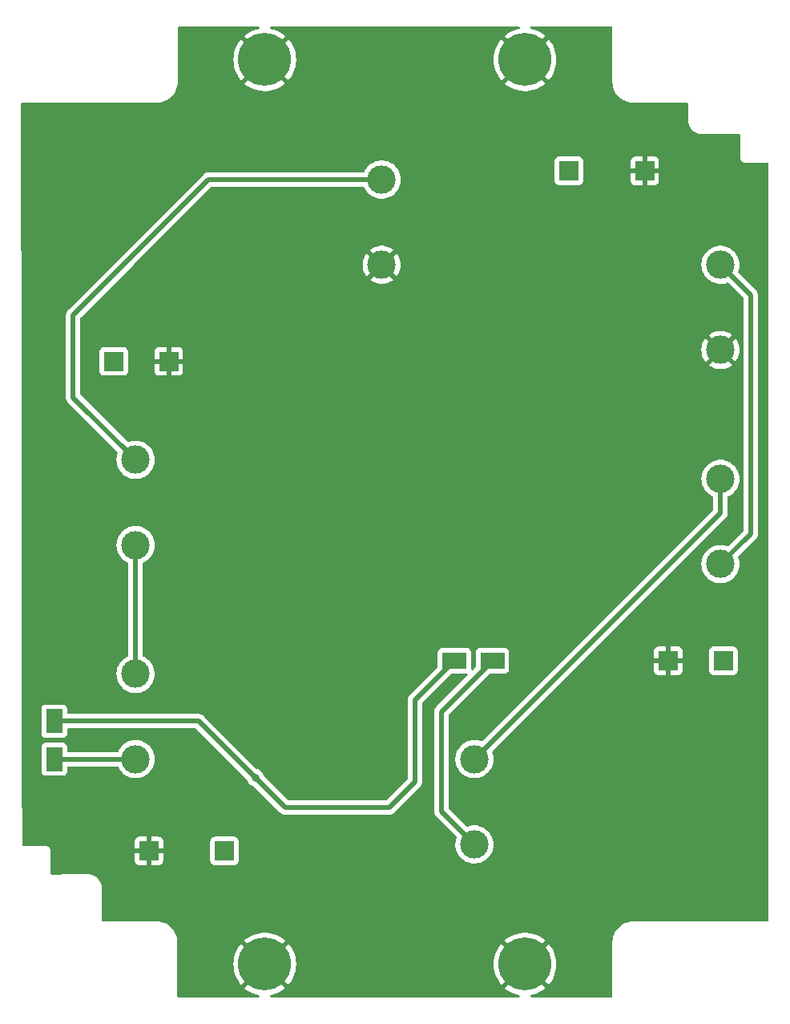
<source format=gtl>
G04 #@! TF.GenerationSoftware,KiCad,Pcbnew,(6.0.5-0)*
G04 #@! TF.CreationDate,2023-01-03T07:13:37-05:00*
G04 #@! TF.ProjectId,new-solar-cell-burn-wire,6e65772d-736f-46c6-9172-2d63656c6c2d,2*
G04 #@! TF.SameCoordinates,Original*
G04 #@! TF.FileFunction,Copper,L1,Top*
G04 #@! TF.FilePolarity,Positive*
%FSLAX46Y46*%
G04 Gerber Fmt 4.6, Leading zero omitted, Abs format (unit mm)*
G04 Created by KiCad (PCBNEW (6.0.5-0)) date 2023-01-03 07:13:37*
%MOMM*%
%LPD*%
G01*
G04 APERTURE LIST*
G04 #@! TA.AperFunction,ComponentPad*
%ADD10C,3.000000*%
G04 #@! TD*
G04 #@! TA.AperFunction,ComponentPad*
%ADD11R,2.000000X2.000000*%
G04 #@! TD*
G04 #@! TA.AperFunction,ComponentPad*
%ADD12C,5.600000*%
G04 #@! TD*
G04 #@! TA.AperFunction,SMDPad,CuDef*
%ADD13R,1.700000X2.500000*%
G04 #@! TD*
G04 #@! TA.AperFunction,SMDPad,CuDef*
%ADD14R,2.500000X1.700000*%
G04 #@! TD*
G04 #@! TA.AperFunction,ViaPad*
%ADD15C,0.800000*%
G04 #@! TD*
G04 #@! TA.AperFunction,Conductor*
%ADD16C,0.500000*%
G04 #@! TD*
G04 APERTURE END LIST*
D10*
X84700000Y-116600000D03*
X84700000Y-107600000D03*
X110700000Y-55400000D03*
X110700000Y-64400000D03*
D11*
X146800000Y-106200000D03*
X86100000Y-126300000D03*
X138500000Y-54500000D03*
X82400000Y-74600000D03*
D12*
X125850000Y-42750000D03*
D10*
X84700000Y-94000000D03*
X84700000Y-85000000D03*
D11*
X88200000Y-74600000D03*
D12*
X98350000Y-42750000D03*
D10*
X146500000Y-87000000D03*
X146500000Y-96000000D03*
D11*
X94100000Y-126300000D03*
D12*
X98350000Y-138250000D03*
X125850000Y-138250000D03*
D11*
X130500000Y-54500000D03*
D10*
X120500000Y-125600000D03*
X120500000Y-116600000D03*
X146500000Y-64400000D03*
X146500000Y-73400000D03*
D13*
X76100000Y-112600000D03*
X76100000Y-116600000D03*
D11*
X141000000Y-106200000D03*
D14*
X118400000Y-106200000D03*
X122400000Y-106200000D03*
D15*
X81900000Y-128875000D03*
X114400000Y-66100000D03*
X113500000Y-64200000D03*
X136800000Y-106175000D03*
X81900000Y-123950000D03*
X140700000Y-51925000D03*
X138800000Y-106175000D03*
X145400000Y-76800000D03*
X90400000Y-72300000D03*
X141200000Y-108700000D03*
X90400000Y-74775000D03*
X144200000Y-70000000D03*
X108000000Y-66000000D03*
X83900000Y-123900000D03*
X144200000Y-76300000D03*
X110800000Y-67400000D03*
X144200000Y-71300000D03*
X143400000Y-75200000D03*
X83900000Y-126350000D03*
X83900000Y-128875000D03*
X92400000Y-77225000D03*
X107300000Y-67200000D03*
X142700000Y-51925000D03*
X143900000Y-74100000D03*
X136800000Y-108675000D03*
X144700000Y-75400000D03*
X108700000Y-68500000D03*
X88000000Y-77275000D03*
X107700000Y-64400000D03*
X113400000Y-67700000D03*
X92400000Y-72300000D03*
X142700000Y-56850000D03*
X109100000Y-67200000D03*
X138800000Y-108675000D03*
X92400000Y-74800000D03*
X143900000Y-72500000D03*
X138300000Y-56900000D03*
X143100000Y-70900000D03*
X90400000Y-77275000D03*
X113300000Y-65600000D03*
X138300000Y-51900000D03*
X140700000Y-56900000D03*
X145300000Y-70700000D03*
X142800000Y-72000000D03*
X138800000Y-103700000D03*
X81900000Y-126375000D03*
X86300000Y-128900000D03*
X86300000Y-123900000D03*
X142700000Y-54425000D03*
X141200000Y-103700000D03*
X88000000Y-72275000D03*
X140700000Y-54425000D03*
X110500000Y-68800000D03*
X112000000Y-68500000D03*
X112400000Y-66800000D03*
X146100000Y-75900000D03*
X97350000Y-118550000D03*
D16*
X84700000Y-94000000D02*
X84700000Y-107600000D01*
X84700000Y-116600000D02*
X76100000Y-116600000D01*
X117000000Y-122100000D02*
X120500000Y-125600000D01*
X117000000Y-111600000D02*
X117000000Y-122100000D01*
X122400000Y-106200000D02*
X117000000Y-111600000D01*
X92400000Y-55400000D02*
X110700000Y-55400000D01*
X78100000Y-78400000D02*
X78100000Y-69700000D01*
X84700000Y-85000000D02*
X78100000Y-78400000D01*
X78100000Y-69700000D02*
X92400000Y-55400000D01*
X146500000Y-90600000D02*
X120500000Y-116600000D01*
X146500000Y-87000000D02*
X146500000Y-90600000D01*
X146500000Y-64400000D02*
X149700000Y-67600000D01*
X149700000Y-67600000D02*
X149700000Y-92800000D01*
X149700000Y-92800000D02*
X146500000Y-96000000D01*
X111500000Y-121700000D02*
X114200000Y-119000000D01*
X100500000Y-121700000D02*
X111500000Y-121700000D01*
X97350000Y-118550000D02*
X100500000Y-121700000D01*
X97350000Y-118550000D02*
X91400000Y-112600000D01*
X114200000Y-110400000D02*
X118400000Y-106200000D01*
X91400000Y-112600000D02*
X76100000Y-112600000D01*
X114200000Y-119000000D02*
X114200000Y-110400000D01*
G04 #@! TA.AperFunction,Conductor*
G36*
X97733879Y-39278502D02*
G01*
X97780372Y-39332158D01*
X97790476Y-39402432D01*
X97760982Y-39467012D01*
X97701256Y-39505396D01*
X97692600Y-39507608D01*
X97473586Y-39555361D01*
X97467011Y-39557172D01*
X97133683Y-39668702D01*
X97127361Y-39671205D01*
X96808034Y-39818079D01*
X96801991Y-39821265D01*
X96500401Y-40001763D01*
X96494755Y-40005571D01*
X96214408Y-40217596D01*
X96209211Y-40221987D01*
X96207972Y-40223155D01*
X96199950Y-40236862D01*
X96199986Y-40237704D01*
X96205037Y-40245826D01*
X98337190Y-42377980D01*
X98351131Y-42385592D01*
X98352966Y-42385461D01*
X98359580Y-42381210D01*
X100492798Y-40247991D01*
X100500412Y-40234047D01*
X100500344Y-40233089D01*
X100495836Y-40226272D01*
X100494418Y-40225065D01*
X100214813Y-40012064D01*
X100209187Y-40008240D01*
X99908214Y-39826681D01*
X99902202Y-39823484D01*
X99583370Y-39675487D01*
X99577070Y-39672967D01*
X99244129Y-39560273D01*
X99237551Y-39558437D01*
X99007846Y-39507513D01*
X98945669Y-39473241D01*
X98911891Y-39410795D01*
X98917237Y-39340000D01*
X98960009Y-39283333D01*
X99026627Y-39258786D01*
X99035117Y-39258500D01*
X125165758Y-39258500D01*
X125233879Y-39278502D01*
X125280372Y-39332158D01*
X125290476Y-39402432D01*
X125260982Y-39467012D01*
X125201256Y-39505396D01*
X125192600Y-39507608D01*
X124973586Y-39555361D01*
X124967011Y-39557172D01*
X124633683Y-39668702D01*
X124627361Y-39671205D01*
X124308034Y-39818079D01*
X124301991Y-39821265D01*
X124000401Y-40001763D01*
X123994755Y-40005571D01*
X123714408Y-40217596D01*
X123709211Y-40221987D01*
X123707972Y-40223155D01*
X123699950Y-40236862D01*
X123699986Y-40237704D01*
X123705037Y-40245826D01*
X125837190Y-42377980D01*
X125851131Y-42385592D01*
X125852966Y-42385461D01*
X125859580Y-42381210D01*
X127992798Y-40247991D01*
X128000412Y-40234047D01*
X128000344Y-40233089D01*
X127995836Y-40226272D01*
X127994418Y-40225065D01*
X127714813Y-40012064D01*
X127709187Y-40008240D01*
X127408214Y-39826681D01*
X127402202Y-39823484D01*
X127083370Y-39675487D01*
X127077070Y-39672967D01*
X126744129Y-39560273D01*
X126737551Y-39558437D01*
X126507846Y-39507513D01*
X126445669Y-39473241D01*
X126411891Y-39410795D01*
X126417237Y-39340000D01*
X126460009Y-39283333D01*
X126526627Y-39258786D01*
X126535117Y-39258500D01*
X134965500Y-39258500D01*
X135033621Y-39278502D01*
X135080114Y-39332158D01*
X135091500Y-39384500D01*
X135091500Y-45050633D01*
X135090000Y-45070018D01*
X135087690Y-45084851D01*
X135087690Y-45084855D01*
X135086309Y-45093724D01*
X135087474Y-45102631D01*
X135087470Y-45102927D01*
X135088185Y-45110417D01*
X135103322Y-45360654D01*
X135150392Y-45617507D01*
X135228079Y-45866814D01*
X135335250Y-46104938D01*
X135337219Y-46108195D01*
X135337221Y-46108199D01*
X135418055Y-46241914D01*
X135470343Y-46328409D01*
X135472684Y-46331397D01*
X135472686Y-46331400D01*
X135562998Y-46446674D01*
X135631387Y-46533966D01*
X135816034Y-46718613D01*
X135819034Y-46720963D01*
X135819037Y-46720966D01*
X135945089Y-46819721D01*
X136021591Y-46879657D01*
X136024845Y-46881624D01*
X136241801Y-47012779D01*
X136241805Y-47012781D01*
X136245062Y-47014750D01*
X136364124Y-47068335D01*
X136479710Y-47120357D01*
X136479716Y-47120359D01*
X136483186Y-47121921D01*
X136732493Y-47199608D01*
X136989346Y-47246678D01*
X136993140Y-47246908D01*
X136993144Y-47246908D01*
X137213220Y-47260221D01*
X137226509Y-47261736D01*
X137232649Y-47262769D01*
X137232652Y-47262769D01*
X137237448Y-47263576D01*
X137243826Y-47263654D01*
X137245140Y-47263670D01*
X137245143Y-47263670D01*
X137250000Y-47263729D01*
X137277624Y-47259773D01*
X137295486Y-47258500D01*
X142965500Y-47258500D01*
X143033621Y-47278502D01*
X143080114Y-47332158D01*
X143091500Y-47384500D01*
X143091500Y-49124909D01*
X143090690Y-49139172D01*
X143086484Y-49176089D01*
X143086999Y-49188631D01*
X143087944Y-49193403D01*
X143087944Y-49193405D01*
X143089700Y-49202274D01*
X143091084Y-49210779D01*
X143116353Y-49408652D01*
X143117611Y-49413117D01*
X143117612Y-49413123D01*
X143149145Y-49525061D01*
X143176513Y-49622214D01*
X143178418Y-49626455D01*
X143178419Y-49626458D01*
X143190972Y-49654406D01*
X143267421Y-49824610D01*
X143269926Y-49828520D01*
X143269930Y-49828528D01*
X143331033Y-49923915D01*
X143387099Y-50011439D01*
X143532948Y-50178641D01*
X143536479Y-50181651D01*
X143536484Y-50181656D01*
X143617372Y-50250611D01*
X143701796Y-50322581D01*
X143889973Y-50440129D01*
X143894232Y-50441984D01*
X144089117Y-50526872D01*
X144089121Y-50526873D01*
X144093388Y-50528732D01*
X144228400Y-50565114D01*
X144303129Y-50585252D01*
X144303132Y-50585253D01*
X144307620Y-50586462D01*
X144312239Y-50586999D01*
X144312241Y-50586999D01*
X144396607Y-50596799D01*
X144488673Y-50607495D01*
X144500220Y-50609383D01*
X144510658Y-50611592D01*
X144510662Y-50611592D01*
X144515427Y-50612601D01*
X144527962Y-50613279D01*
X144532797Y-50612792D01*
X144532799Y-50612792D01*
X144569118Y-50609134D01*
X144581744Y-50608500D01*
X148465500Y-50608500D01*
X148533621Y-50628502D01*
X148580114Y-50682158D01*
X148591500Y-50734500D01*
X148591500Y-53091377D01*
X148591498Y-53092147D01*
X148591024Y-53169721D01*
X148593491Y-53178352D01*
X148599150Y-53198153D01*
X148602728Y-53214915D01*
X148606920Y-53244187D01*
X148610634Y-53252355D01*
X148610634Y-53252356D01*
X148617548Y-53267562D01*
X148623996Y-53285086D01*
X148631051Y-53309771D01*
X148635843Y-53317365D01*
X148635844Y-53317368D01*
X148646830Y-53334780D01*
X148654969Y-53349863D01*
X148667208Y-53376782D01*
X148673069Y-53383584D01*
X148683970Y-53396235D01*
X148695073Y-53411239D01*
X148708776Y-53432958D01*
X148715501Y-53438897D01*
X148715504Y-53438901D01*
X148730938Y-53452532D01*
X148742982Y-53464724D01*
X148756427Y-53480327D01*
X148756430Y-53480329D01*
X148762287Y-53487127D01*
X148769816Y-53492007D01*
X148769817Y-53492008D01*
X148783835Y-53501094D01*
X148798709Y-53512385D01*
X148811217Y-53523431D01*
X148817951Y-53529378D01*
X148844711Y-53541942D01*
X148859691Y-53550263D01*
X148876983Y-53561471D01*
X148876988Y-53561473D01*
X148884515Y-53566352D01*
X148893108Y-53568922D01*
X148893113Y-53568924D01*
X148909120Y-53573711D01*
X148926564Y-53580372D01*
X148941676Y-53587467D01*
X148941678Y-53587468D01*
X148949800Y-53591281D01*
X148958667Y-53592662D01*
X148958668Y-53592662D01*
X148968310Y-53594163D01*
X148979017Y-53595830D01*
X148995732Y-53599613D01*
X149015466Y-53605515D01*
X149015472Y-53605516D01*
X149024066Y-53608086D01*
X149033037Y-53608141D01*
X149033038Y-53608141D01*
X149043097Y-53608202D01*
X149058506Y-53608296D01*
X149059289Y-53608329D01*
X149060386Y-53608500D01*
X149091377Y-53608500D01*
X149092147Y-53608502D01*
X149165785Y-53608952D01*
X149165786Y-53608952D01*
X149169721Y-53608976D01*
X149171065Y-53608592D01*
X149172410Y-53608500D01*
X151465500Y-53608500D01*
X151533621Y-53628502D01*
X151580114Y-53682158D01*
X151591500Y-53734500D01*
X151591500Y-133615500D01*
X151571498Y-133683621D01*
X151517842Y-133730114D01*
X151465500Y-133741500D01*
X137303250Y-133741500D01*
X137282345Y-133739754D01*
X137267344Y-133737230D01*
X137267341Y-133737230D01*
X137262552Y-133736424D01*
X137256313Y-133736348D01*
X137254860Y-133736330D01*
X137254857Y-133736330D01*
X137250000Y-133736271D01*
X137245190Y-133736960D01*
X137245188Y-133736960D01*
X137242000Y-133737417D01*
X137239580Y-133737763D01*
X137229332Y-133738805D01*
X136993144Y-133753092D01*
X136993140Y-133753093D01*
X136989346Y-133753322D01*
X136732493Y-133800392D01*
X136483186Y-133878079D01*
X136479716Y-133879641D01*
X136479710Y-133879643D01*
X136364124Y-133931664D01*
X136245062Y-133985250D01*
X136241805Y-133987219D01*
X136241801Y-133987221D01*
X136078321Y-134086049D01*
X136021591Y-134120343D01*
X136018603Y-134122684D01*
X136018600Y-134122686D01*
X135869367Y-134239603D01*
X135816034Y-134281387D01*
X135631387Y-134466034D01*
X135629037Y-134469034D01*
X135629034Y-134469037D01*
X135479487Y-134659920D01*
X135470343Y-134671591D01*
X135468376Y-134674845D01*
X135416746Y-134760252D01*
X135335250Y-134895062D01*
X135295957Y-134982367D01*
X135260895Y-135060273D01*
X135228079Y-135133186D01*
X135150392Y-135382493D01*
X135103322Y-135639346D01*
X135103093Y-135643140D01*
X135103092Y-135643144D01*
X135089325Y-135870735D01*
X135088056Y-135882505D01*
X135086309Y-135893724D01*
X135087473Y-135902626D01*
X135087473Y-135902628D01*
X135090436Y-135925283D01*
X135091500Y-135941621D01*
X135091500Y-141615500D01*
X135071498Y-141683621D01*
X135017842Y-141730114D01*
X134965500Y-141741500D01*
X126533537Y-141741500D01*
X126465416Y-141721498D01*
X126418923Y-141667842D01*
X126408819Y-141597568D01*
X126438313Y-141532988D01*
X126498039Y-141494604D01*
X126507125Y-141492299D01*
X126715274Y-141447676D01*
X126721822Y-141445897D01*
X127055549Y-141335527D01*
X127061891Y-141333041D01*
X127381718Y-141187288D01*
X127387777Y-141184121D01*
X127689995Y-141004676D01*
X127695659Y-141000884D01*
X127976732Y-140789849D01*
X127981958Y-140785464D01*
X127991613Y-140776428D01*
X127999682Y-140762750D01*
X127999654Y-140762024D01*
X127994512Y-140753723D01*
X125862810Y-138622020D01*
X125848869Y-138614408D01*
X125847034Y-138614539D01*
X125840420Y-138618790D01*
X123706774Y-140752437D01*
X123699160Y-140766381D01*
X123699237Y-140767470D01*
X123701698Y-140771206D01*
X123975632Y-140981404D01*
X123981262Y-140985259D01*
X124281591Y-141167862D01*
X124287593Y-141171080D01*
X124605897Y-141320184D01*
X124612202Y-141322732D01*
X124944743Y-141436587D01*
X124951309Y-141438444D01*
X125191542Y-141492583D01*
X125253598Y-141527071D01*
X125287158Y-141589636D01*
X125281565Y-141660412D01*
X125238596Y-141716928D01*
X125171892Y-141741242D01*
X125163841Y-141741500D01*
X99033537Y-141741500D01*
X98965416Y-141721498D01*
X98918923Y-141667842D01*
X98908819Y-141597568D01*
X98938313Y-141532988D01*
X98998039Y-141494604D01*
X99007125Y-141492299D01*
X99215274Y-141447676D01*
X99221822Y-141445897D01*
X99555549Y-141335527D01*
X99561891Y-141333041D01*
X99881718Y-141187288D01*
X99887777Y-141184121D01*
X100189995Y-141004676D01*
X100195659Y-141000884D01*
X100476732Y-140789849D01*
X100481958Y-140785464D01*
X100491613Y-140776428D01*
X100499682Y-140762750D01*
X100499654Y-140762024D01*
X100494512Y-140753723D01*
X98362810Y-138622020D01*
X98348869Y-138614408D01*
X98347034Y-138614539D01*
X98340420Y-138618790D01*
X96206774Y-140752437D01*
X96199160Y-140766381D01*
X96199237Y-140767470D01*
X96201698Y-140771206D01*
X96475632Y-140981404D01*
X96481262Y-140985259D01*
X96781591Y-141167862D01*
X96787593Y-141171080D01*
X97105897Y-141320184D01*
X97112202Y-141322732D01*
X97444743Y-141436587D01*
X97451309Y-141438444D01*
X97691542Y-141492583D01*
X97753598Y-141527071D01*
X97787158Y-141589636D01*
X97781565Y-141660412D01*
X97738596Y-141716928D01*
X97671892Y-141741242D01*
X97663841Y-141741500D01*
X89234500Y-141741500D01*
X89166379Y-141721498D01*
X89119886Y-141667842D01*
X89108500Y-141615500D01*
X89108500Y-138241832D01*
X95037333Y-138241832D01*
X95055117Y-138592893D01*
X95055827Y-138599649D01*
X95111420Y-138946723D01*
X95112859Y-138953378D01*
X95205608Y-139292410D01*
X95207757Y-139298871D01*
X95336581Y-139625912D01*
X95339412Y-139632095D01*
X95502803Y-139943310D01*
X95506286Y-139949152D01*
X95702330Y-140240896D01*
X95706433Y-140246340D01*
X95826425Y-140388836D01*
X95839164Y-140397279D01*
X95849608Y-140391181D01*
X97977980Y-138262810D01*
X97984357Y-138251131D01*
X98714408Y-138251131D01*
X98714539Y-138252966D01*
X98718790Y-138259580D01*
X100849009Y-140389798D01*
X100862605Y-140397223D01*
X100872218Y-140390522D01*
X100972518Y-140273912D01*
X100976676Y-140268514D01*
X101175762Y-139978840D01*
X101179310Y-139973029D01*
X101345942Y-139663559D01*
X101348849Y-139657381D01*
X101481090Y-139331713D01*
X101483304Y-139325283D01*
X101579598Y-138987237D01*
X101581105Y-138980607D01*
X101640332Y-138634118D01*
X101641112Y-138627378D01*
X101662668Y-138274925D01*
X101662784Y-138271323D01*
X101662853Y-138251819D01*
X101662761Y-138248194D01*
X101662416Y-138241832D01*
X122537333Y-138241832D01*
X122555117Y-138592893D01*
X122555827Y-138599649D01*
X122611420Y-138946723D01*
X122612859Y-138953378D01*
X122705608Y-139292410D01*
X122707757Y-139298871D01*
X122836581Y-139625912D01*
X122839412Y-139632095D01*
X123002803Y-139943310D01*
X123006286Y-139949152D01*
X123202330Y-140240896D01*
X123206433Y-140246340D01*
X123326425Y-140388836D01*
X123339164Y-140397279D01*
X123349608Y-140391181D01*
X125477980Y-138262810D01*
X125484357Y-138251131D01*
X126214408Y-138251131D01*
X126214539Y-138252966D01*
X126218790Y-138259580D01*
X128349009Y-140389798D01*
X128362605Y-140397223D01*
X128372218Y-140390522D01*
X128472518Y-140273912D01*
X128476676Y-140268514D01*
X128675762Y-139978840D01*
X128679310Y-139973029D01*
X128845942Y-139663559D01*
X128848849Y-139657381D01*
X128981090Y-139331713D01*
X128983304Y-139325283D01*
X129079598Y-138987237D01*
X129081105Y-138980607D01*
X129140332Y-138634118D01*
X129141112Y-138627378D01*
X129162668Y-138274925D01*
X129162784Y-138271323D01*
X129162853Y-138251819D01*
X129162761Y-138248194D01*
X129143666Y-137895615D01*
X129142931Y-137888849D01*
X129086130Y-137541985D01*
X129084663Y-137535313D01*
X128990736Y-137196627D01*
X128988562Y-137190163D01*
X128858598Y-136863578D01*
X128855742Y-136857398D01*
X128691269Y-136546763D01*
X128687769Y-136540937D01*
X128490697Y-136249862D01*
X128486590Y-136244453D01*
X128373565Y-136111179D01*
X128360740Y-136102743D01*
X128350416Y-136108795D01*
X126222020Y-138237190D01*
X126214408Y-138251131D01*
X125484357Y-138251131D01*
X125485592Y-138248869D01*
X125485461Y-138247034D01*
X125481210Y-138240420D01*
X123350992Y-136110203D01*
X123337455Y-136102811D01*
X123327753Y-136109599D01*
X123220430Y-136235257D01*
X123216296Y-136240664D01*
X123018215Y-136531041D01*
X123014697Y-136536851D01*
X122849134Y-136846922D01*
X122846259Y-136853087D01*
X122715155Y-137179218D01*
X122712962Y-137185658D01*
X122617846Y-137524044D01*
X122616363Y-137530679D01*
X122558350Y-137877354D01*
X122557591Y-137884126D01*
X122537357Y-138235037D01*
X122537333Y-138241832D01*
X101662416Y-138241832D01*
X101643666Y-137895615D01*
X101642931Y-137888849D01*
X101586130Y-137541985D01*
X101584663Y-137535313D01*
X101490736Y-137196627D01*
X101488562Y-137190163D01*
X101358598Y-136863578D01*
X101355742Y-136857398D01*
X101191269Y-136546763D01*
X101187769Y-136540937D01*
X100990697Y-136249862D01*
X100986590Y-136244453D01*
X100873565Y-136111179D01*
X100860740Y-136102743D01*
X100850416Y-136108795D01*
X98722020Y-138237190D01*
X98714408Y-138251131D01*
X97984357Y-138251131D01*
X97985592Y-138248869D01*
X97985461Y-138247034D01*
X97981210Y-138240420D01*
X95850992Y-136110203D01*
X95837455Y-136102811D01*
X95827753Y-136109599D01*
X95720430Y-136235257D01*
X95716296Y-136240664D01*
X95518215Y-136531041D01*
X95514697Y-136536851D01*
X95349134Y-136846922D01*
X95346259Y-136853087D01*
X95215155Y-137179218D01*
X95212962Y-137185658D01*
X95117846Y-137524044D01*
X95116363Y-137530679D01*
X95058350Y-137877354D01*
X95057591Y-137884126D01*
X95037357Y-138235037D01*
X95037333Y-138241832D01*
X89108500Y-138241832D01*
X89108500Y-135953250D01*
X89110246Y-135932345D01*
X89112770Y-135917344D01*
X89112770Y-135917341D01*
X89113576Y-135912552D01*
X89113729Y-135900000D01*
X89112237Y-135889580D01*
X89111195Y-135879332D01*
X89102577Y-135736862D01*
X96199950Y-135736862D01*
X96199986Y-135737704D01*
X96205037Y-135745826D01*
X98337190Y-137877980D01*
X98351131Y-137885592D01*
X98352966Y-137885461D01*
X98359580Y-137881210D01*
X100492798Y-135747991D01*
X100498875Y-135736862D01*
X123699950Y-135736862D01*
X123699986Y-135737704D01*
X123705037Y-135745826D01*
X125837190Y-137877980D01*
X125851131Y-137885592D01*
X125852966Y-137885461D01*
X125859580Y-137881210D01*
X127992798Y-135747991D01*
X128000412Y-135734047D01*
X128000344Y-135733089D01*
X127995836Y-135726272D01*
X127994418Y-135725065D01*
X127714813Y-135512064D01*
X127709187Y-135508240D01*
X127408214Y-135326681D01*
X127402202Y-135323484D01*
X127083370Y-135175487D01*
X127077070Y-135172967D01*
X126744129Y-135060273D01*
X126737551Y-135058437D01*
X126394417Y-134982367D01*
X126387678Y-134981251D01*
X126038310Y-134942680D01*
X126031529Y-134942301D01*
X125680015Y-134941687D01*
X125673242Y-134942042D01*
X125323720Y-134979395D01*
X125317010Y-134980482D01*
X124973586Y-135055361D01*
X124967011Y-135057172D01*
X124633683Y-135168702D01*
X124627361Y-135171205D01*
X124308034Y-135318079D01*
X124301991Y-135321265D01*
X124000401Y-135501763D01*
X123994755Y-135505571D01*
X123714408Y-135717596D01*
X123709211Y-135721987D01*
X123707972Y-135723155D01*
X123699950Y-135736862D01*
X100498875Y-135736862D01*
X100500412Y-135734047D01*
X100500344Y-135733089D01*
X100495836Y-135726272D01*
X100494418Y-135725065D01*
X100214813Y-135512064D01*
X100209187Y-135508240D01*
X99908214Y-135326681D01*
X99902202Y-135323484D01*
X99583370Y-135175487D01*
X99577070Y-135172967D01*
X99244129Y-135060273D01*
X99237551Y-135058437D01*
X98894417Y-134982367D01*
X98887678Y-134981251D01*
X98538310Y-134942680D01*
X98531529Y-134942301D01*
X98180015Y-134941687D01*
X98173242Y-134942042D01*
X97823720Y-134979395D01*
X97817010Y-134980482D01*
X97473586Y-135055361D01*
X97467011Y-135057172D01*
X97133683Y-135168702D01*
X97127361Y-135171205D01*
X96808034Y-135318079D01*
X96801991Y-135321265D01*
X96500401Y-135501763D01*
X96494755Y-135505571D01*
X96214408Y-135717596D01*
X96209211Y-135721987D01*
X96207972Y-135723155D01*
X96199950Y-135736862D01*
X89102577Y-135736862D01*
X89096908Y-135643144D01*
X89096907Y-135643140D01*
X89096678Y-135639346D01*
X89049608Y-135382493D01*
X88971921Y-135133186D01*
X88939106Y-135060273D01*
X88904043Y-134982367D01*
X88864750Y-134895062D01*
X88783255Y-134760252D01*
X88731624Y-134674845D01*
X88729657Y-134671591D01*
X88720514Y-134659920D01*
X88570966Y-134469037D01*
X88570963Y-134469034D01*
X88568613Y-134466034D01*
X88383966Y-134281387D01*
X88330633Y-134239603D01*
X88181400Y-134122686D01*
X88181397Y-134122684D01*
X88178409Y-134120343D01*
X88121679Y-134086049D01*
X87958199Y-133987221D01*
X87958195Y-133987219D01*
X87954938Y-133985250D01*
X87835876Y-133931664D01*
X87720290Y-133879643D01*
X87720284Y-133879641D01*
X87716814Y-133878079D01*
X87467507Y-133800392D01*
X87210654Y-133753322D01*
X87206860Y-133753092D01*
X87206856Y-133753092D01*
X86986780Y-133739779D01*
X86973491Y-133738264D01*
X86967351Y-133737231D01*
X86967348Y-133737231D01*
X86962552Y-133736424D01*
X86956174Y-133736346D01*
X86954860Y-133736330D01*
X86954857Y-133736330D01*
X86950000Y-133736271D01*
X86925679Y-133739754D01*
X86922376Y-133740227D01*
X86904514Y-133741500D01*
X81235387Y-133741500D01*
X81167266Y-133721498D01*
X81120773Y-133667842D01*
X81109387Y-133615324D01*
X81114171Y-130191375D01*
X81115190Y-130175560D01*
X81118780Y-130147501D01*
X81119399Y-130142663D01*
X81119057Y-130130115D01*
X81116982Y-130118819D01*
X81115758Y-130110647D01*
X81092923Y-129914645D01*
X81092920Y-129914630D01*
X81092362Y-129909840D01*
X81033394Y-129696016D01*
X80992729Y-129605490D01*
X80944483Y-129498090D01*
X80944482Y-129498089D01*
X80942505Y-129493687D01*
X80821821Y-129307588D01*
X80674166Y-129142072D01*
X80502994Y-129001011D01*
X80312311Y-128887708D01*
X80185746Y-128836711D01*
X80111051Y-128806614D01*
X80111047Y-128806613D01*
X80106578Y-128804812D01*
X80101881Y-128803713D01*
X80101879Y-128803712D01*
X79895305Y-128755363D01*
X79895304Y-128755363D01*
X79890609Y-128754264D01*
X79885809Y-128753895D01*
X79885805Y-128753894D01*
X79811672Y-128748189D01*
X79707148Y-128740146D01*
X79695887Y-128738766D01*
X79682010Y-128736427D01*
X79677138Y-128736366D01*
X79677133Y-128736366D01*
X79675854Y-128736350D01*
X79669458Y-128736271D01*
X79664641Y-128736960D01*
X79664634Y-128736960D01*
X79638192Y-128740740D01*
X79621773Y-128742000D01*
X77896424Y-128761302D01*
X75835909Y-128784354D01*
X75767569Y-128765115D01*
X75720479Y-128711983D01*
X75708500Y-128658362D01*
X75708500Y-127344669D01*
X84592001Y-127344669D01*
X84592371Y-127351490D01*
X84597895Y-127402352D01*
X84601521Y-127417604D01*
X84646676Y-127538054D01*
X84655214Y-127553649D01*
X84731715Y-127655724D01*
X84744276Y-127668285D01*
X84846351Y-127744786D01*
X84861946Y-127753324D01*
X84982394Y-127798478D01*
X84997649Y-127802105D01*
X85048514Y-127807631D01*
X85055328Y-127808000D01*
X85827885Y-127808000D01*
X85843124Y-127803525D01*
X85844329Y-127802135D01*
X85846000Y-127794452D01*
X85846000Y-127789884D01*
X86354000Y-127789884D01*
X86358475Y-127805123D01*
X86359865Y-127806328D01*
X86367548Y-127807999D01*
X87144669Y-127807999D01*
X87151490Y-127807629D01*
X87202352Y-127802105D01*
X87217604Y-127798479D01*
X87338054Y-127753324D01*
X87353649Y-127744786D01*
X87455724Y-127668285D01*
X87468285Y-127655724D01*
X87544786Y-127553649D01*
X87553324Y-127538054D01*
X87598478Y-127417606D01*
X87602105Y-127402351D01*
X87607631Y-127351486D01*
X87607813Y-127348134D01*
X92591500Y-127348134D01*
X92598255Y-127410316D01*
X92649385Y-127546705D01*
X92736739Y-127663261D01*
X92853295Y-127750615D01*
X92989684Y-127801745D01*
X93051866Y-127808500D01*
X95148134Y-127808500D01*
X95210316Y-127801745D01*
X95346705Y-127750615D01*
X95463261Y-127663261D01*
X95550615Y-127546705D01*
X95601745Y-127410316D01*
X95608500Y-127348134D01*
X95608500Y-125251866D01*
X95601745Y-125189684D01*
X95550615Y-125053295D01*
X95463261Y-124936739D01*
X95346705Y-124849385D01*
X95210316Y-124798255D01*
X95148134Y-124791500D01*
X93051866Y-124791500D01*
X92989684Y-124798255D01*
X92853295Y-124849385D01*
X92736739Y-124936739D01*
X92649385Y-125053295D01*
X92598255Y-125189684D01*
X92591500Y-125251866D01*
X92591500Y-127348134D01*
X87607813Y-127348134D01*
X87608000Y-127344672D01*
X87608000Y-126572115D01*
X87603525Y-126556876D01*
X87602135Y-126555671D01*
X87594452Y-126554000D01*
X86372115Y-126554000D01*
X86356876Y-126558475D01*
X86355671Y-126559865D01*
X86354000Y-126567548D01*
X86354000Y-127789884D01*
X85846000Y-127789884D01*
X85846000Y-126572115D01*
X85841525Y-126556876D01*
X85840135Y-126555671D01*
X85832452Y-126554000D01*
X84610116Y-126554000D01*
X84594877Y-126558475D01*
X84593672Y-126559865D01*
X84592001Y-126567548D01*
X84592001Y-127344669D01*
X75708500Y-127344669D01*
X75708500Y-126308623D01*
X75708502Y-126307853D01*
X75708921Y-126239254D01*
X75708976Y-126230279D01*
X75700850Y-126201847D01*
X75697272Y-126185085D01*
X75694352Y-126164698D01*
X75693080Y-126155813D01*
X75682451Y-126132436D01*
X75676004Y-126114913D01*
X75671416Y-126098862D01*
X75668949Y-126090229D01*
X75664156Y-126082632D01*
X75653170Y-126065220D01*
X75645030Y-126050135D01*
X75642390Y-126044329D01*
X75634914Y-126027885D01*
X84592000Y-126027885D01*
X84596475Y-126043124D01*
X84597865Y-126044329D01*
X84605548Y-126046000D01*
X85827885Y-126046000D01*
X85843124Y-126041525D01*
X85844329Y-126040135D01*
X85846000Y-126032452D01*
X85846000Y-126027885D01*
X86354000Y-126027885D01*
X86358475Y-126043124D01*
X86359865Y-126044329D01*
X86367548Y-126046000D01*
X87589884Y-126046000D01*
X87605123Y-126041525D01*
X87606328Y-126040135D01*
X87607999Y-126032452D01*
X87607999Y-125255331D01*
X87607629Y-125248510D01*
X87602105Y-125197648D01*
X87598479Y-125182396D01*
X87553324Y-125061946D01*
X87544786Y-125046351D01*
X87468285Y-124944276D01*
X87455724Y-124931715D01*
X87353649Y-124855214D01*
X87338054Y-124846676D01*
X87217606Y-124801522D01*
X87202351Y-124797895D01*
X87151486Y-124792369D01*
X87144672Y-124792000D01*
X86372115Y-124792000D01*
X86356876Y-124796475D01*
X86355671Y-124797865D01*
X86354000Y-124805548D01*
X86354000Y-126027885D01*
X85846000Y-126027885D01*
X85846000Y-124810116D01*
X85841525Y-124794877D01*
X85840135Y-124793672D01*
X85832452Y-124792001D01*
X85055331Y-124792001D01*
X85048510Y-124792371D01*
X84997648Y-124797895D01*
X84982396Y-124801521D01*
X84861946Y-124846676D01*
X84846351Y-124855214D01*
X84744276Y-124931715D01*
X84731715Y-124944276D01*
X84655214Y-125046351D01*
X84646676Y-125061946D01*
X84601522Y-125182394D01*
X84597895Y-125197649D01*
X84592369Y-125248514D01*
X84592000Y-125255328D01*
X84592000Y-126027885D01*
X75634914Y-126027885D01*
X75632792Y-126023218D01*
X75616030Y-126003765D01*
X75604927Y-125988761D01*
X75591224Y-125967042D01*
X75584499Y-125961103D01*
X75584496Y-125961099D01*
X75569062Y-125947468D01*
X75557018Y-125935276D01*
X75543573Y-125919673D01*
X75543570Y-125919671D01*
X75537713Y-125912873D01*
X75516165Y-125898906D01*
X75501291Y-125887615D01*
X75488783Y-125876569D01*
X75488782Y-125876568D01*
X75482049Y-125870622D01*
X75455287Y-125858057D01*
X75440309Y-125849737D01*
X75423017Y-125838529D01*
X75423012Y-125838527D01*
X75415485Y-125833648D01*
X75406892Y-125831078D01*
X75406887Y-125831076D01*
X75390880Y-125826289D01*
X75373436Y-125819628D01*
X75358324Y-125812533D01*
X75358322Y-125812532D01*
X75350200Y-125808719D01*
X75341333Y-125807338D01*
X75341332Y-125807338D01*
X75331690Y-125805837D01*
X75320983Y-125804170D01*
X75304268Y-125800387D01*
X75284534Y-125794485D01*
X75284528Y-125794484D01*
X75275934Y-125791914D01*
X75266963Y-125791859D01*
X75266962Y-125791859D01*
X75256903Y-125791798D01*
X75241494Y-125791704D01*
X75240711Y-125791671D01*
X75239614Y-125791500D01*
X75208623Y-125791500D01*
X75207853Y-125791498D01*
X75134215Y-125791048D01*
X75134214Y-125791048D01*
X75130279Y-125791024D01*
X75128935Y-125791408D01*
X75127590Y-125791500D01*
X72833703Y-125791500D01*
X72765582Y-125771498D01*
X72719089Y-125717842D01*
X72707703Y-125665658D01*
X72697939Y-117898134D01*
X74741500Y-117898134D01*
X74748255Y-117960316D01*
X74799385Y-118096705D01*
X74886739Y-118213261D01*
X75003295Y-118300615D01*
X75139684Y-118351745D01*
X75201866Y-118358500D01*
X76998134Y-118358500D01*
X77060316Y-118351745D01*
X77196705Y-118300615D01*
X77313261Y-118213261D01*
X77400615Y-118096705D01*
X77451745Y-117960316D01*
X77458500Y-117898134D01*
X77458500Y-117484500D01*
X77478502Y-117416379D01*
X77532158Y-117369886D01*
X77584500Y-117358500D01*
X82755559Y-117358500D01*
X82823680Y-117378502D01*
X82868123Y-117427885D01*
X82967160Y-117624799D01*
X82969586Y-117628328D01*
X82969589Y-117628334D01*
X83119843Y-117846953D01*
X83122274Y-117850490D01*
X83306582Y-118053043D01*
X83309877Y-118055798D01*
X83309878Y-118055799D01*
X83354382Y-118093010D01*
X83516675Y-118228707D01*
X83520316Y-118230991D01*
X83745024Y-118371951D01*
X83745028Y-118371953D01*
X83748664Y-118374234D01*
X83816544Y-118404883D01*
X83994345Y-118485164D01*
X83994349Y-118485166D01*
X83998257Y-118486930D01*
X84002377Y-118488150D01*
X84002376Y-118488150D01*
X84256723Y-118563491D01*
X84256727Y-118563492D01*
X84260836Y-118564709D01*
X84265070Y-118565357D01*
X84265075Y-118565358D01*
X84527298Y-118605483D01*
X84527300Y-118605483D01*
X84531540Y-118606132D01*
X84670912Y-118608322D01*
X84801071Y-118610367D01*
X84801077Y-118610367D01*
X84805362Y-118610434D01*
X85077235Y-118577534D01*
X85342127Y-118508041D01*
X85346087Y-118506401D01*
X85346092Y-118506399D01*
X85468632Y-118455641D01*
X85595136Y-118403241D01*
X85831582Y-118265073D01*
X86047089Y-118096094D01*
X86088809Y-118053043D01*
X86234686Y-117902509D01*
X86237669Y-117899431D01*
X86240202Y-117895983D01*
X86240206Y-117895978D01*
X86397257Y-117682178D01*
X86399795Y-117678723D01*
X86405725Y-117667801D01*
X86528418Y-117441830D01*
X86528419Y-117441828D01*
X86530468Y-117438054D01*
X86627269Y-117181877D01*
X86688407Y-116914933D01*
X86712751Y-116642161D01*
X86713193Y-116600000D01*
X86694567Y-116326778D01*
X86639032Y-116058612D01*
X86547617Y-115800465D01*
X86422013Y-115557112D01*
X86412040Y-115542921D01*
X86267008Y-115336562D01*
X86264545Y-115333057D01*
X86078125Y-115132445D01*
X86074810Y-115129731D01*
X86074806Y-115129728D01*
X85908880Y-114993919D01*
X85866205Y-114958990D01*
X85632704Y-114815901D01*
X85628768Y-114814173D01*
X85385873Y-114707549D01*
X85385869Y-114707548D01*
X85381945Y-114705825D01*
X85118566Y-114630800D01*
X85114324Y-114630196D01*
X85114318Y-114630195D01*
X84913834Y-114601662D01*
X84847443Y-114592213D01*
X84703589Y-114591460D01*
X84577877Y-114590802D01*
X84577871Y-114590802D01*
X84573591Y-114590780D01*
X84569347Y-114591339D01*
X84569343Y-114591339D01*
X84450302Y-114607011D01*
X84302078Y-114626525D01*
X84297938Y-114627658D01*
X84297936Y-114627658D01*
X84225008Y-114647609D01*
X84037928Y-114698788D01*
X84033980Y-114700472D01*
X83789982Y-114804546D01*
X83789978Y-114804548D01*
X83786030Y-114806232D01*
X83711179Y-114851029D01*
X83554725Y-114944664D01*
X83554721Y-114944667D01*
X83551043Y-114946868D01*
X83337318Y-115118094D01*
X83148808Y-115316742D01*
X82989002Y-115539136D01*
X82870783Y-115762415D01*
X82864406Y-115774459D01*
X82814853Y-115825302D01*
X82753051Y-115841500D01*
X77584500Y-115841500D01*
X77516379Y-115821498D01*
X77469886Y-115767842D01*
X77458500Y-115715500D01*
X77458500Y-115301866D01*
X77451745Y-115239684D01*
X77400615Y-115103295D01*
X77313261Y-114986739D01*
X77196705Y-114899385D01*
X77060316Y-114848255D01*
X76998134Y-114841500D01*
X75201866Y-114841500D01*
X75139684Y-114848255D01*
X75003295Y-114899385D01*
X74886739Y-114986739D01*
X74799385Y-115103295D01*
X74748255Y-115239684D01*
X74741500Y-115301866D01*
X74741500Y-117898134D01*
X72697939Y-117898134D01*
X72692911Y-113898134D01*
X74741500Y-113898134D01*
X74748255Y-113960316D01*
X74799385Y-114096705D01*
X74886739Y-114213261D01*
X75003295Y-114300615D01*
X75139684Y-114351745D01*
X75201866Y-114358500D01*
X76998134Y-114358500D01*
X77060316Y-114351745D01*
X77196705Y-114300615D01*
X77313261Y-114213261D01*
X77400615Y-114096705D01*
X77451745Y-113960316D01*
X77458500Y-113898134D01*
X77458500Y-113484500D01*
X77478502Y-113416379D01*
X77532158Y-113369886D01*
X77584500Y-113358500D01*
X91033629Y-113358500D01*
X91101750Y-113378502D01*
X91122724Y-113395405D01*
X96429875Y-118702556D01*
X96460613Y-118752714D01*
X96515473Y-118921556D01*
X96610960Y-119086944D01*
X96615378Y-119091851D01*
X96615379Y-119091852D01*
X96734325Y-119223955D01*
X96738747Y-119228866D01*
X96790122Y-119266192D01*
X96885004Y-119335128D01*
X96893248Y-119341118D01*
X96899276Y-119343802D01*
X96899278Y-119343803D01*
X97051985Y-119411792D01*
X97067712Y-119418794D01*
X97074167Y-119420166D01*
X97074176Y-119420169D01*
X97130772Y-119432199D01*
X97193669Y-119466350D01*
X99916230Y-122188911D01*
X99928616Y-122203323D01*
X99937149Y-122214918D01*
X99937154Y-122214923D01*
X99941492Y-122220818D01*
X99947070Y-122225557D01*
X99947073Y-122225560D01*
X99981768Y-122255035D01*
X99989284Y-122261965D01*
X99994980Y-122267661D01*
X99997841Y-122269924D01*
X99997846Y-122269929D01*
X100017266Y-122285293D01*
X100020667Y-122288082D01*
X100076285Y-122335333D01*
X100082798Y-122338659D01*
X100087837Y-122342020D01*
X100092979Y-122345196D01*
X100098716Y-122349734D01*
X100164875Y-122380655D01*
X100168769Y-122382558D01*
X100233808Y-122415769D01*
X100240917Y-122417508D01*
X100246551Y-122419604D01*
X100252321Y-122421523D01*
X100258950Y-122424622D01*
X100266113Y-122426112D01*
X100266116Y-122426113D01*
X100316830Y-122436661D01*
X100330435Y-122439491D01*
X100334701Y-122440457D01*
X100405610Y-122457808D01*
X100411212Y-122458156D01*
X100411215Y-122458156D01*
X100416764Y-122458500D01*
X100416762Y-122458535D01*
X100420734Y-122458775D01*
X100424955Y-122459152D01*
X100432115Y-122460641D01*
X100509542Y-122458546D01*
X100512950Y-122458500D01*
X111432930Y-122458500D01*
X111451880Y-122459933D01*
X111466115Y-122462099D01*
X111466119Y-122462099D01*
X111473349Y-122463199D01*
X111480641Y-122462606D01*
X111480644Y-122462606D01*
X111526018Y-122458915D01*
X111536233Y-122458500D01*
X111544293Y-122458500D01*
X111561680Y-122456473D01*
X111572507Y-122455211D01*
X111576882Y-122454778D01*
X111642339Y-122449454D01*
X111642342Y-122449453D01*
X111649637Y-122448860D01*
X111656601Y-122446604D01*
X111662560Y-122445413D01*
X111668415Y-122444029D01*
X111675681Y-122443182D01*
X111744327Y-122418265D01*
X111748455Y-122416848D01*
X111810936Y-122396607D01*
X111810938Y-122396606D01*
X111817899Y-122394351D01*
X111824154Y-122390555D01*
X111829628Y-122388049D01*
X111835058Y-122385330D01*
X111841937Y-122382833D01*
X111848058Y-122378820D01*
X111902976Y-122342814D01*
X111906680Y-122340477D01*
X111969107Y-122302595D01*
X111977484Y-122295197D01*
X111977508Y-122295224D01*
X111980500Y-122292571D01*
X111983733Y-122289868D01*
X111989852Y-122285856D01*
X112043128Y-122229617D01*
X112045506Y-122227175D01*
X114688911Y-119583770D01*
X114703323Y-119571384D01*
X114714918Y-119562851D01*
X114714923Y-119562846D01*
X114720818Y-119558508D01*
X114725557Y-119552930D01*
X114725560Y-119552927D01*
X114755035Y-119518232D01*
X114761965Y-119510716D01*
X114767661Y-119505020D01*
X114769924Y-119502159D01*
X114769929Y-119502154D01*
X114785285Y-119482744D01*
X114788074Y-119479342D01*
X114830596Y-119429291D01*
X114830597Y-119429290D01*
X114835333Y-119423715D01*
X114838661Y-119417198D01*
X114842027Y-119412150D01*
X114845190Y-119407028D01*
X114849735Y-119401284D01*
X114880664Y-119335105D01*
X114882563Y-119331221D01*
X114915769Y-119266192D01*
X114917510Y-119259077D01*
X114919613Y-119253422D01*
X114921522Y-119247683D01*
X114924622Y-119241050D01*
X114939491Y-119169565D01*
X114940461Y-119165282D01*
X114956473Y-119099844D01*
X114957808Y-119094390D01*
X114958500Y-119083236D01*
X114958535Y-119083238D01*
X114958775Y-119079266D01*
X114959152Y-119075045D01*
X114960641Y-119067885D01*
X114958546Y-118990458D01*
X114958500Y-118987050D01*
X114958500Y-110766371D01*
X114978502Y-110698250D01*
X114995405Y-110677276D01*
X118077276Y-107595405D01*
X118139588Y-107561379D01*
X118166371Y-107558500D01*
X119664629Y-107558500D01*
X119732750Y-107578502D01*
X119779243Y-107632158D01*
X119789347Y-107702432D01*
X119759853Y-107767012D01*
X119753724Y-107773595D01*
X116511089Y-111016230D01*
X116496677Y-111028616D01*
X116485082Y-111037149D01*
X116485077Y-111037154D01*
X116479182Y-111041492D01*
X116474443Y-111047070D01*
X116474440Y-111047073D01*
X116444965Y-111081768D01*
X116438035Y-111089284D01*
X116432340Y-111094979D01*
X116430060Y-111097861D01*
X116414719Y-111117251D01*
X116411928Y-111120655D01*
X116369409Y-111170703D01*
X116364667Y-111176285D01*
X116361339Y-111182801D01*
X116357972Y-111187850D01*
X116354805Y-111192979D01*
X116350266Y-111198716D01*
X116319345Y-111264875D01*
X116317442Y-111268769D01*
X116284231Y-111333808D01*
X116282492Y-111340916D01*
X116280393Y-111346559D01*
X116278476Y-111352322D01*
X116275378Y-111358950D01*
X116273888Y-111366112D01*
X116273888Y-111366113D01*
X116260514Y-111430412D01*
X116259544Y-111434696D01*
X116242192Y-111505610D01*
X116241500Y-111516764D01*
X116241464Y-111516762D01*
X116241225Y-111520755D01*
X116240851Y-111524947D01*
X116239360Y-111532115D01*
X116239558Y-111539432D01*
X116241454Y-111609521D01*
X116241500Y-111612928D01*
X116241500Y-122032930D01*
X116240067Y-122051880D01*
X116236801Y-122073349D01*
X116237394Y-122080641D01*
X116237394Y-122080644D01*
X116241085Y-122126018D01*
X116241500Y-122136233D01*
X116241500Y-122144293D01*
X116241925Y-122147937D01*
X116244789Y-122172507D01*
X116245222Y-122176882D01*
X116249512Y-122229617D01*
X116251140Y-122249637D01*
X116253396Y-122256601D01*
X116254587Y-122262560D01*
X116255971Y-122268415D01*
X116256818Y-122275681D01*
X116281735Y-122344327D01*
X116283152Y-122348455D01*
X116305649Y-122417899D01*
X116309445Y-122424154D01*
X116311951Y-122429628D01*
X116314670Y-122435058D01*
X116317167Y-122441937D01*
X116321180Y-122448057D01*
X116321180Y-122448058D01*
X116357186Y-122502976D01*
X116359523Y-122506680D01*
X116397405Y-122569107D01*
X116401121Y-122573315D01*
X116401122Y-122573316D01*
X116404803Y-122577484D01*
X116404776Y-122577508D01*
X116407429Y-122580500D01*
X116410132Y-122583733D01*
X116414144Y-122589852D01*
X116419456Y-122594884D01*
X116470383Y-122643128D01*
X116472825Y-122645506D01*
X118589955Y-124762636D01*
X118623981Y-124824948D01*
X118619186Y-124895032D01*
X118566743Y-125038337D01*
X118508404Y-125305907D01*
X118486917Y-125578918D01*
X118502682Y-125852320D01*
X118503507Y-125856525D01*
X118503508Y-125856533D01*
X118531003Y-125996674D01*
X118555405Y-126121053D01*
X118556792Y-126125103D01*
X118556793Y-126125108D01*
X118640543Y-126369721D01*
X118644112Y-126380144D01*
X118705636Y-126502472D01*
X118756498Y-126603599D01*
X118767160Y-126624799D01*
X118769586Y-126628328D01*
X118769589Y-126628334D01*
X118919843Y-126846953D01*
X118922274Y-126850490D01*
X119106582Y-127053043D01*
X119316675Y-127228707D01*
X119320316Y-127230991D01*
X119545024Y-127371951D01*
X119545028Y-127371953D01*
X119548664Y-127374234D01*
X119673460Y-127430582D01*
X119794345Y-127485164D01*
X119794349Y-127485166D01*
X119798257Y-127486930D01*
X119802377Y-127488150D01*
X119802376Y-127488150D01*
X120056723Y-127563491D01*
X120056727Y-127563492D01*
X120060836Y-127564709D01*
X120065070Y-127565357D01*
X120065075Y-127565358D01*
X120327298Y-127605483D01*
X120327300Y-127605483D01*
X120331540Y-127606132D01*
X120470912Y-127608322D01*
X120601071Y-127610367D01*
X120601077Y-127610367D01*
X120605362Y-127610434D01*
X120877235Y-127577534D01*
X121142127Y-127508041D01*
X121146087Y-127506401D01*
X121146092Y-127506399D01*
X121268632Y-127455641D01*
X121395136Y-127403241D01*
X121631582Y-127265073D01*
X121847089Y-127096094D01*
X121888809Y-127053043D01*
X122034686Y-126902509D01*
X122037669Y-126899431D01*
X122040202Y-126895983D01*
X122040206Y-126895978D01*
X122197257Y-126682178D01*
X122199795Y-126678723D01*
X122210813Y-126658431D01*
X122328418Y-126441830D01*
X122328419Y-126441828D01*
X122330468Y-126438054D01*
X122405588Y-126239254D01*
X122425751Y-126185895D01*
X122425752Y-126185891D01*
X122427269Y-126181877D01*
X122463607Y-126023218D01*
X122487449Y-125919117D01*
X122487450Y-125919113D01*
X122488407Y-125914933D01*
X122489027Y-125907992D01*
X122512531Y-125644627D01*
X122512531Y-125644625D01*
X122512751Y-125642161D01*
X122513193Y-125600000D01*
X122494567Y-125326778D01*
X122439032Y-125058612D01*
X122347617Y-124800465D01*
X122222013Y-124557112D01*
X122064545Y-124333057D01*
X121878125Y-124132445D01*
X121874810Y-124129731D01*
X121874806Y-124129728D01*
X121669523Y-123961706D01*
X121666205Y-123958990D01*
X121432704Y-123815901D01*
X121203195Y-123715153D01*
X121185873Y-123707549D01*
X121185869Y-123707548D01*
X121181945Y-123705825D01*
X120918566Y-123630800D01*
X120914324Y-123630196D01*
X120914318Y-123630195D01*
X120713834Y-123601662D01*
X120647443Y-123592213D01*
X120503589Y-123591460D01*
X120377877Y-123590802D01*
X120377871Y-123590802D01*
X120373591Y-123590780D01*
X120369347Y-123591339D01*
X120369343Y-123591339D01*
X120250302Y-123607011D01*
X120102078Y-123626525D01*
X120097938Y-123627658D01*
X120097936Y-123627658D01*
X120025008Y-123647609D01*
X119837928Y-123698788D01*
X119799561Y-123715153D01*
X119729056Y-123723482D01*
X119661032Y-123688351D01*
X117795405Y-121822724D01*
X117761379Y-121760412D01*
X117758500Y-121733629D01*
X117758500Y-116578918D01*
X118486917Y-116578918D01*
X118502682Y-116852320D01*
X118503507Y-116856525D01*
X118503508Y-116856533D01*
X118514127Y-116910657D01*
X118555405Y-117121053D01*
X118556792Y-117125103D01*
X118556793Y-117125108D01*
X118640600Y-117369886D01*
X118644112Y-117380144D01*
X118767160Y-117624799D01*
X118769586Y-117628328D01*
X118769589Y-117628334D01*
X118919843Y-117846953D01*
X118922274Y-117850490D01*
X119106582Y-118053043D01*
X119109877Y-118055798D01*
X119109878Y-118055799D01*
X119154382Y-118093010D01*
X119316675Y-118228707D01*
X119320316Y-118230991D01*
X119545024Y-118371951D01*
X119545028Y-118371953D01*
X119548664Y-118374234D01*
X119616544Y-118404883D01*
X119794345Y-118485164D01*
X119794349Y-118485166D01*
X119798257Y-118486930D01*
X119802377Y-118488150D01*
X119802376Y-118488150D01*
X120056723Y-118563491D01*
X120056727Y-118563492D01*
X120060836Y-118564709D01*
X120065070Y-118565357D01*
X120065075Y-118565358D01*
X120327298Y-118605483D01*
X120327300Y-118605483D01*
X120331540Y-118606132D01*
X120470912Y-118608322D01*
X120601071Y-118610367D01*
X120601077Y-118610367D01*
X120605362Y-118610434D01*
X120877235Y-118577534D01*
X121142127Y-118508041D01*
X121146087Y-118506401D01*
X121146092Y-118506399D01*
X121268632Y-118455641D01*
X121395136Y-118403241D01*
X121631582Y-118265073D01*
X121847089Y-118096094D01*
X121888809Y-118053043D01*
X122034686Y-117902509D01*
X122037669Y-117899431D01*
X122040202Y-117895983D01*
X122040206Y-117895978D01*
X122197257Y-117682178D01*
X122199795Y-117678723D01*
X122205725Y-117667801D01*
X122328418Y-117441830D01*
X122328419Y-117441828D01*
X122330468Y-117438054D01*
X122427269Y-117181877D01*
X122488407Y-116914933D01*
X122512751Y-116642161D01*
X122513193Y-116600000D01*
X122494567Y-116326778D01*
X122439032Y-116058612D01*
X122437602Y-116054574D01*
X122437601Y-116054569D01*
X122380588Y-115893569D01*
X122376704Y-115822679D01*
X122410266Y-115762415D01*
X130928012Y-107244669D01*
X139492001Y-107244669D01*
X139492371Y-107251490D01*
X139497895Y-107302352D01*
X139501521Y-107317604D01*
X139546676Y-107438054D01*
X139555214Y-107453649D01*
X139631715Y-107555724D01*
X139644276Y-107568285D01*
X139746351Y-107644786D01*
X139761946Y-107653324D01*
X139882394Y-107698478D01*
X139897649Y-107702105D01*
X139948514Y-107707631D01*
X139955328Y-107708000D01*
X140727885Y-107708000D01*
X140743124Y-107703525D01*
X140744329Y-107702135D01*
X140746000Y-107694452D01*
X140746000Y-107689884D01*
X141254000Y-107689884D01*
X141258475Y-107705123D01*
X141259865Y-107706328D01*
X141267548Y-107707999D01*
X142044669Y-107707999D01*
X142051490Y-107707629D01*
X142102352Y-107702105D01*
X142117604Y-107698479D01*
X142238054Y-107653324D01*
X142253649Y-107644786D01*
X142355724Y-107568285D01*
X142368285Y-107555724D01*
X142444786Y-107453649D01*
X142453324Y-107438054D01*
X142498478Y-107317606D01*
X142502105Y-107302351D01*
X142507631Y-107251486D01*
X142507813Y-107248134D01*
X145291500Y-107248134D01*
X145298255Y-107310316D01*
X145349385Y-107446705D01*
X145436739Y-107563261D01*
X145553295Y-107650615D01*
X145689684Y-107701745D01*
X145751866Y-107708500D01*
X147848134Y-107708500D01*
X147910316Y-107701745D01*
X148046705Y-107650615D01*
X148163261Y-107563261D01*
X148250615Y-107446705D01*
X148301745Y-107310316D01*
X148308500Y-107248134D01*
X148308500Y-105151866D01*
X148301745Y-105089684D01*
X148250615Y-104953295D01*
X148163261Y-104836739D01*
X148046705Y-104749385D01*
X147910316Y-104698255D01*
X147848134Y-104691500D01*
X145751866Y-104691500D01*
X145689684Y-104698255D01*
X145553295Y-104749385D01*
X145436739Y-104836739D01*
X145349385Y-104953295D01*
X145298255Y-105089684D01*
X145291500Y-105151866D01*
X145291500Y-107248134D01*
X142507813Y-107248134D01*
X142508000Y-107244672D01*
X142508000Y-106472115D01*
X142503525Y-106456876D01*
X142502135Y-106455671D01*
X142494452Y-106454000D01*
X141272115Y-106454000D01*
X141256876Y-106458475D01*
X141255671Y-106459865D01*
X141254000Y-106467548D01*
X141254000Y-107689884D01*
X140746000Y-107689884D01*
X140746000Y-106472115D01*
X140741525Y-106456876D01*
X140740135Y-106455671D01*
X140732452Y-106454000D01*
X139510116Y-106454000D01*
X139494877Y-106458475D01*
X139493672Y-106459865D01*
X139492001Y-106467548D01*
X139492001Y-107244669D01*
X130928012Y-107244669D01*
X132244796Y-105927885D01*
X139492000Y-105927885D01*
X139496475Y-105943124D01*
X139497865Y-105944329D01*
X139505548Y-105946000D01*
X140727885Y-105946000D01*
X140743124Y-105941525D01*
X140744329Y-105940135D01*
X140746000Y-105932452D01*
X140746000Y-105927885D01*
X141254000Y-105927885D01*
X141258475Y-105943124D01*
X141259865Y-105944329D01*
X141267548Y-105946000D01*
X142489884Y-105946000D01*
X142505123Y-105941525D01*
X142506328Y-105940135D01*
X142507999Y-105932452D01*
X142507999Y-105155331D01*
X142507629Y-105148510D01*
X142502105Y-105097648D01*
X142498479Y-105082396D01*
X142453324Y-104961946D01*
X142444786Y-104946351D01*
X142368285Y-104844276D01*
X142355724Y-104831715D01*
X142253649Y-104755214D01*
X142238054Y-104746676D01*
X142117606Y-104701522D01*
X142102351Y-104697895D01*
X142051486Y-104692369D01*
X142044672Y-104692000D01*
X141272115Y-104692000D01*
X141256876Y-104696475D01*
X141255671Y-104697865D01*
X141254000Y-104705548D01*
X141254000Y-105927885D01*
X140746000Y-105927885D01*
X140746000Y-104710116D01*
X140741525Y-104694877D01*
X140740135Y-104693672D01*
X140732452Y-104692001D01*
X139955331Y-104692001D01*
X139948510Y-104692371D01*
X139897648Y-104697895D01*
X139882396Y-104701521D01*
X139761946Y-104746676D01*
X139746351Y-104755214D01*
X139644276Y-104831715D01*
X139631715Y-104844276D01*
X139555214Y-104946351D01*
X139546676Y-104961946D01*
X139501522Y-105082394D01*
X139497895Y-105097649D01*
X139492369Y-105148514D01*
X139492000Y-105155328D01*
X139492000Y-105927885D01*
X132244796Y-105927885D01*
X142193763Y-95978918D01*
X144486917Y-95978918D01*
X144502682Y-96252320D01*
X144503507Y-96256525D01*
X144503508Y-96256533D01*
X144514127Y-96310657D01*
X144555405Y-96521053D01*
X144556792Y-96525103D01*
X144556793Y-96525108D01*
X144577605Y-96585895D01*
X144644112Y-96780144D01*
X144767160Y-97024799D01*
X144769586Y-97028328D01*
X144769589Y-97028334D01*
X144919843Y-97246953D01*
X144922274Y-97250490D01*
X145106582Y-97453043D01*
X145316675Y-97628707D01*
X145320316Y-97630991D01*
X145545024Y-97771951D01*
X145545028Y-97771953D01*
X145548664Y-97774234D01*
X145616544Y-97804883D01*
X145794345Y-97885164D01*
X145794349Y-97885166D01*
X145798257Y-97886930D01*
X145802377Y-97888150D01*
X145802376Y-97888150D01*
X146056723Y-97963491D01*
X146056727Y-97963492D01*
X146060836Y-97964709D01*
X146065070Y-97965357D01*
X146065075Y-97965358D01*
X146327298Y-98005483D01*
X146327300Y-98005483D01*
X146331540Y-98006132D01*
X146470912Y-98008322D01*
X146601071Y-98010367D01*
X146601077Y-98010367D01*
X146605362Y-98010434D01*
X146877235Y-97977534D01*
X147142127Y-97908041D01*
X147146087Y-97906401D01*
X147146092Y-97906399D01*
X147268631Y-97855641D01*
X147395136Y-97803241D01*
X147631582Y-97665073D01*
X147847089Y-97496094D01*
X147888809Y-97453043D01*
X148034686Y-97302509D01*
X148037669Y-97299431D01*
X148040202Y-97295983D01*
X148040206Y-97295978D01*
X148197257Y-97082178D01*
X148199795Y-97078723D01*
X148227154Y-97028334D01*
X148328418Y-96841830D01*
X148328419Y-96841828D01*
X148330468Y-96838054D01*
X148427269Y-96581877D01*
X148488407Y-96314933D01*
X148512751Y-96042161D01*
X148513193Y-96000000D01*
X148509284Y-95942660D01*
X148494859Y-95731055D01*
X148494858Y-95731049D01*
X148494567Y-95726778D01*
X148439032Y-95458612D01*
X148437604Y-95454578D01*
X148437601Y-95454569D01*
X148380588Y-95293569D01*
X148376704Y-95222679D01*
X148410266Y-95162415D01*
X150188911Y-93383770D01*
X150203323Y-93371384D01*
X150214918Y-93362851D01*
X150214923Y-93362846D01*
X150220818Y-93358508D01*
X150225557Y-93352930D01*
X150225560Y-93352927D01*
X150255035Y-93318232D01*
X150261965Y-93310716D01*
X150267660Y-93305021D01*
X150285281Y-93282749D01*
X150288072Y-93279345D01*
X150330591Y-93229297D01*
X150330592Y-93229295D01*
X150335333Y-93223715D01*
X150338661Y-93217199D01*
X150342028Y-93212150D01*
X150345195Y-93207021D01*
X150349734Y-93201284D01*
X150380655Y-93135125D01*
X150382561Y-93131225D01*
X150415769Y-93066192D01*
X150417508Y-93059084D01*
X150419607Y-93053441D01*
X150421524Y-93047678D01*
X150424622Y-93041050D01*
X150439487Y-92969583D01*
X150440457Y-92965299D01*
X150456473Y-92899845D01*
X150457808Y-92894390D01*
X150458500Y-92883236D01*
X150458536Y-92883238D01*
X150458775Y-92879245D01*
X150459149Y-92875053D01*
X150460640Y-92867885D01*
X150458546Y-92790479D01*
X150458500Y-92787072D01*
X150458500Y-67667063D01*
X150459933Y-67648114D01*
X150462097Y-67633886D01*
X150463198Y-67626651D01*
X150458915Y-67573990D01*
X150458500Y-67563777D01*
X150458500Y-67555707D01*
X150458078Y-67552087D01*
X150458077Y-67552069D01*
X150455208Y-67527461D01*
X150454775Y-67523086D01*
X150449454Y-67457661D01*
X150449453Y-67457658D01*
X150448860Y-67450363D01*
X150446604Y-67443399D01*
X150445413Y-67437440D01*
X150444029Y-67431585D01*
X150443182Y-67424319D01*
X150418265Y-67355673D01*
X150416848Y-67351545D01*
X150396607Y-67289064D01*
X150396606Y-67289062D01*
X150394351Y-67282101D01*
X150390555Y-67275846D01*
X150388049Y-67270372D01*
X150385330Y-67264942D01*
X150382833Y-67258063D01*
X150342809Y-67197016D01*
X150340472Y-67193312D01*
X150305509Y-67135693D01*
X150305505Y-67135688D01*
X150302595Y-67130892D01*
X150295197Y-67122516D01*
X150295223Y-67122493D01*
X150292574Y-67119503D01*
X150289866Y-67116264D01*
X150285856Y-67110148D01*
X150280549Y-67105121D01*
X150280546Y-67105117D01*
X150229617Y-67056872D01*
X150227175Y-67054494D01*
X148410009Y-65237328D01*
X148375983Y-65175016D01*
X148381238Y-65103695D01*
X148425751Y-64985895D01*
X148425752Y-64985891D01*
X148427269Y-64981877D01*
X148488407Y-64714933D01*
X148494384Y-64647969D01*
X148512531Y-64444627D01*
X148512532Y-64444616D01*
X148512751Y-64442161D01*
X148513193Y-64400000D01*
X148511465Y-64374648D01*
X148494859Y-64131055D01*
X148494858Y-64131049D01*
X148494567Y-64126778D01*
X148439032Y-63858612D01*
X148347617Y-63600465D01*
X148222013Y-63357112D01*
X148212040Y-63342921D01*
X148067008Y-63136562D01*
X148064545Y-63133057D01*
X147878125Y-62932445D01*
X147874810Y-62929731D01*
X147874806Y-62929728D01*
X147669523Y-62761706D01*
X147666205Y-62758990D01*
X147432704Y-62615901D01*
X147428768Y-62614173D01*
X147185873Y-62507549D01*
X147185869Y-62507548D01*
X147181945Y-62505825D01*
X146918566Y-62430800D01*
X146914324Y-62430196D01*
X146914318Y-62430195D01*
X146713834Y-62401662D01*
X146647443Y-62392213D01*
X146503589Y-62391460D01*
X146377877Y-62390802D01*
X146377871Y-62390802D01*
X146373591Y-62390780D01*
X146369347Y-62391339D01*
X146369343Y-62391339D01*
X146250302Y-62407011D01*
X146102078Y-62426525D01*
X146097938Y-62427658D01*
X146097936Y-62427658D01*
X146025008Y-62447609D01*
X145837928Y-62498788D01*
X145833980Y-62500472D01*
X145589982Y-62604546D01*
X145589978Y-62604548D01*
X145586030Y-62606232D01*
X145566125Y-62618145D01*
X145354725Y-62744664D01*
X145354721Y-62744667D01*
X145351043Y-62746868D01*
X145137318Y-62918094D01*
X144948808Y-63116742D01*
X144789002Y-63339136D01*
X144660857Y-63581161D01*
X144659385Y-63585184D01*
X144659383Y-63585188D01*
X144652314Y-63604506D01*
X144566743Y-63838337D01*
X144508404Y-64105907D01*
X144486917Y-64378918D01*
X144502682Y-64652320D01*
X144503507Y-64656525D01*
X144503508Y-64656533D01*
X144524698Y-64764539D01*
X144555405Y-64921053D01*
X144556792Y-64925103D01*
X144556793Y-64925108D01*
X144642356Y-65175016D01*
X144644112Y-65180144D01*
X144767160Y-65424799D01*
X144769586Y-65428328D01*
X144769589Y-65428334D01*
X144898741Y-65616250D01*
X144922274Y-65650490D01*
X145106582Y-65853043D01*
X145316675Y-66028707D01*
X145320316Y-66030991D01*
X145545024Y-66171951D01*
X145545028Y-66171953D01*
X145548664Y-66174234D01*
X145673461Y-66230582D01*
X145794345Y-66285164D01*
X145794349Y-66285166D01*
X145798257Y-66286930D01*
X145802377Y-66288150D01*
X145802376Y-66288150D01*
X146056723Y-66363491D01*
X146056727Y-66363492D01*
X146060836Y-66364709D01*
X146065070Y-66365357D01*
X146065075Y-66365358D01*
X146327298Y-66405483D01*
X146327300Y-66405483D01*
X146331540Y-66406132D01*
X146470912Y-66408322D01*
X146601071Y-66410367D01*
X146601077Y-66410367D01*
X146605362Y-66410434D01*
X146877235Y-66377534D01*
X147142127Y-66308041D01*
X147146096Y-66306397D01*
X147146099Y-66306396D01*
X147200981Y-66283663D01*
X147271571Y-66276073D01*
X147338295Y-66310976D01*
X148904595Y-67877276D01*
X148938621Y-67939588D01*
X148941500Y-67966371D01*
X148941500Y-92433629D01*
X148921498Y-92501750D01*
X148904595Y-92522724D01*
X147339814Y-94087505D01*
X147277502Y-94121531D01*
X147200074Y-94113783D01*
X147181945Y-94105825D01*
X146918566Y-94030800D01*
X146914324Y-94030196D01*
X146914318Y-94030195D01*
X146713834Y-94001662D01*
X146647443Y-93992213D01*
X146503589Y-93991460D01*
X146377877Y-93990802D01*
X146377871Y-93990802D01*
X146373591Y-93990780D01*
X146369347Y-93991339D01*
X146369343Y-93991339D01*
X146303557Y-94000000D01*
X146102078Y-94026525D01*
X146097938Y-94027658D01*
X146097936Y-94027658D01*
X146053969Y-94039686D01*
X145837928Y-94098788D01*
X145833980Y-94100472D01*
X145589982Y-94204546D01*
X145589978Y-94204548D01*
X145586030Y-94206232D01*
X145516187Y-94248032D01*
X145354725Y-94344664D01*
X145354721Y-94344667D01*
X145351043Y-94346868D01*
X145137318Y-94518094D01*
X144948808Y-94716742D01*
X144789002Y-94939136D01*
X144660857Y-95181161D01*
X144659385Y-95185184D01*
X144659383Y-95185188D01*
X144617576Y-95299431D01*
X144566743Y-95438337D01*
X144508404Y-95705907D01*
X144486917Y-95978918D01*
X142193763Y-95978918D01*
X146988911Y-91183770D01*
X147003323Y-91171384D01*
X147014918Y-91162851D01*
X147014923Y-91162846D01*
X147020818Y-91158508D01*
X147025557Y-91152930D01*
X147025560Y-91152927D01*
X147055035Y-91118232D01*
X147061965Y-91110716D01*
X147067661Y-91105020D01*
X147069924Y-91102159D01*
X147069929Y-91102154D01*
X147085285Y-91082744D01*
X147088074Y-91079342D01*
X147130596Y-91029291D01*
X147130597Y-91029290D01*
X147135333Y-91023715D01*
X147138661Y-91017198D01*
X147142027Y-91012150D01*
X147145190Y-91007028D01*
X147149735Y-91001284D01*
X147180664Y-90935105D01*
X147182563Y-90931221D01*
X147215769Y-90866192D01*
X147217510Y-90859077D01*
X147219613Y-90853422D01*
X147221522Y-90847683D01*
X147224622Y-90841050D01*
X147239491Y-90769565D01*
X147240461Y-90765282D01*
X147256473Y-90699844D01*
X147257808Y-90694390D01*
X147258500Y-90683236D01*
X147258535Y-90683238D01*
X147258775Y-90679266D01*
X147259152Y-90675045D01*
X147260641Y-90667885D01*
X147258546Y-90590458D01*
X147258500Y-90587050D01*
X147258500Y-88944028D01*
X147278502Y-88875907D01*
X147336281Y-88827620D01*
X147395136Y-88803241D01*
X147631582Y-88665073D01*
X147847089Y-88496094D01*
X147888809Y-88453043D01*
X148034686Y-88302509D01*
X148037669Y-88299431D01*
X148040202Y-88295983D01*
X148040206Y-88295978D01*
X148197257Y-88082178D01*
X148199795Y-88078723D01*
X148227154Y-88028334D01*
X148328418Y-87841830D01*
X148328419Y-87841828D01*
X148330468Y-87838054D01*
X148427269Y-87581877D01*
X148488407Y-87314933D01*
X148512751Y-87042161D01*
X148513193Y-87000000D01*
X148511697Y-86978050D01*
X148494859Y-86731055D01*
X148494858Y-86731049D01*
X148494567Y-86726778D01*
X148439032Y-86458612D01*
X148347617Y-86200465D01*
X148222013Y-85957112D01*
X148212040Y-85942921D01*
X148135514Y-85834036D01*
X148064545Y-85733057D01*
X147924060Y-85581877D01*
X147881046Y-85535588D01*
X147881043Y-85535585D01*
X147878125Y-85532445D01*
X147874810Y-85529731D01*
X147874806Y-85529728D01*
X147669523Y-85361706D01*
X147666205Y-85358990D01*
X147432704Y-85215901D01*
X147428768Y-85214173D01*
X147185873Y-85107549D01*
X147185869Y-85107548D01*
X147181945Y-85105825D01*
X146918566Y-85030800D01*
X146914324Y-85030196D01*
X146914318Y-85030195D01*
X146713834Y-85001662D01*
X146647443Y-84992213D01*
X146503589Y-84991460D01*
X146377877Y-84990802D01*
X146377871Y-84990802D01*
X146373591Y-84990780D01*
X146369347Y-84991339D01*
X146369343Y-84991339D01*
X146303557Y-85000000D01*
X146102078Y-85026525D01*
X146097938Y-85027658D01*
X146097936Y-85027658D01*
X146053969Y-85039686D01*
X145837928Y-85098788D01*
X145833980Y-85100472D01*
X145589982Y-85204546D01*
X145589978Y-85204548D01*
X145586030Y-85206232D01*
X145566125Y-85218145D01*
X145354725Y-85344664D01*
X145354721Y-85344667D01*
X145351043Y-85346868D01*
X145137318Y-85518094D01*
X144948808Y-85716742D01*
X144789002Y-85939136D01*
X144660857Y-86181161D01*
X144659385Y-86185184D01*
X144659383Y-86185188D01*
X144617576Y-86299431D01*
X144566743Y-86438337D01*
X144508404Y-86705907D01*
X144508068Y-86710177D01*
X144492625Y-86906399D01*
X144486917Y-86978918D01*
X144502682Y-87252320D01*
X144503507Y-87256525D01*
X144503508Y-87256533D01*
X144514127Y-87310657D01*
X144555405Y-87521053D01*
X144556792Y-87525103D01*
X144556793Y-87525108D01*
X144577605Y-87585895D01*
X144644112Y-87780144D01*
X144767160Y-88024799D01*
X144769586Y-88028328D01*
X144769589Y-88028334D01*
X144919843Y-88246953D01*
X144922274Y-88250490D01*
X145106582Y-88453043D01*
X145316675Y-88628707D01*
X145320316Y-88630991D01*
X145545024Y-88771951D01*
X145545028Y-88771953D01*
X145548664Y-88774234D01*
X145667352Y-88827824D01*
X145721205Y-88874086D01*
X145741500Y-88942660D01*
X145741500Y-90233629D01*
X145721498Y-90301750D01*
X145704595Y-90322724D01*
X121339814Y-114687505D01*
X121277502Y-114721531D01*
X121200074Y-114713783D01*
X121181945Y-114705825D01*
X120918566Y-114630800D01*
X120914324Y-114630196D01*
X120914318Y-114630195D01*
X120713834Y-114601662D01*
X120647443Y-114592213D01*
X120503589Y-114591460D01*
X120377877Y-114590802D01*
X120377871Y-114590802D01*
X120373591Y-114590780D01*
X120369347Y-114591339D01*
X120369343Y-114591339D01*
X120250302Y-114607011D01*
X120102078Y-114626525D01*
X120097938Y-114627658D01*
X120097936Y-114627658D01*
X120025008Y-114647609D01*
X119837928Y-114698788D01*
X119833980Y-114700472D01*
X119589982Y-114804546D01*
X119589978Y-114804548D01*
X119586030Y-114806232D01*
X119511179Y-114851029D01*
X119354725Y-114944664D01*
X119354721Y-114944667D01*
X119351043Y-114946868D01*
X119137318Y-115118094D01*
X118948808Y-115316742D01*
X118789002Y-115539136D01*
X118660857Y-115781161D01*
X118659385Y-115785184D01*
X118659383Y-115785188D01*
X118638776Y-115841500D01*
X118566743Y-116038337D01*
X118508404Y-116305907D01*
X118486917Y-116578918D01*
X117758500Y-116578918D01*
X117758500Y-111966371D01*
X117778502Y-111898250D01*
X117795405Y-111877276D01*
X122077276Y-107595405D01*
X122139588Y-107561379D01*
X122166371Y-107558500D01*
X123698134Y-107558500D01*
X123760316Y-107551745D01*
X123896705Y-107500615D01*
X124013261Y-107413261D01*
X124100615Y-107296705D01*
X124151745Y-107160316D01*
X124158500Y-107098134D01*
X124158500Y-105301866D01*
X124151745Y-105239684D01*
X124100615Y-105103295D01*
X124013261Y-104986739D01*
X123896705Y-104899385D01*
X123760316Y-104848255D01*
X123698134Y-104841500D01*
X121101866Y-104841500D01*
X121039684Y-104848255D01*
X120903295Y-104899385D01*
X120786739Y-104986739D01*
X120699385Y-105103295D01*
X120648255Y-105239684D01*
X120641500Y-105301866D01*
X120641500Y-106833629D01*
X120621498Y-106901750D01*
X120604595Y-106922724D01*
X120373595Y-107153724D01*
X120311283Y-107187750D01*
X120240468Y-107182685D01*
X120183632Y-107140138D01*
X120158821Y-107073618D01*
X120158500Y-107064629D01*
X120158500Y-105301866D01*
X120151745Y-105239684D01*
X120100615Y-105103295D01*
X120013261Y-104986739D01*
X119896705Y-104899385D01*
X119760316Y-104848255D01*
X119698134Y-104841500D01*
X117101866Y-104841500D01*
X117039684Y-104848255D01*
X116903295Y-104899385D01*
X116786739Y-104986739D01*
X116699385Y-105103295D01*
X116648255Y-105239684D01*
X116641500Y-105301866D01*
X116641500Y-106833629D01*
X116621498Y-106901750D01*
X116604595Y-106922724D01*
X113711089Y-109816230D01*
X113696677Y-109828616D01*
X113685082Y-109837149D01*
X113685077Y-109837154D01*
X113679182Y-109841492D01*
X113674443Y-109847070D01*
X113674440Y-109847073D01*
X113644965Y-109881768D01*
X113638035Y-109889284D01*
X113632340Y-109894979D01*
X113630060Y-109897861D01*
X113614719Y-109917251D01*
X113611928Y-109920655D01*
X113569409Y-109970703D01*
X113564667Y-109976285D01*
X113561339Y-109982801D01*
X113557972Y-109987850D01*
X113554805Y-109992979D01*
X113550266Y-109998716D01*
X113519345Y-110064875D01*
X113517442Y-110068769D01*
X113484231Y-110133808D01*
X113482492Y-110140916D01*
X113480393Y-110146559D01*
X113478476Y-110152322D01*
X113475378Y-110158950D01*
X113473888Y-110166112D01*
X113473888Y-110166113D01*
X113460514Y-110230412D01*
X113459544Y-110234696D01*
X113442192Y-110305610D01*
X113441500Y-110316764D01*
X113441464Y-110316762D01*
X113441225Y-110320755D01*
X113440851Y-110324947D01*
X113439360Y-110332115D01*
X113439558Y-110339432D01*
X113441454Y-110409521D01*
X113441500Y-110412928D01*
X113441500Y-118633629D01*
X113421498Y-118701750D01*
X113404595Y-118722724D01*
X111222724Y-120904595D01*
X111160412Y-120938621D01*
X111133629Y-120941500D01*
X100866371Y-120941500D01*
X100798250Y-120921498D01*
X100777276Y-120904595D01*
X98270125Y-118397444D01*
X98239387Y-118347285D01*
X98200859Y-118228707D01*
X98184527Y-118178444D01*
X98089040Y-118013056D01*
X97961253Y-117871134D01*
X97806752Y-117758882D01*
X97800724Y-117756198D01*
X97800722Y-117756197D01*
X97638319Y-117683891D01*
X97638318Y-117683891D01*
X97632288Y-117681206D01*
X97625833Y-117679834D01*
X97625824Y-117679831D01*
X97569228Y-117667801D01*
X97506331Y-117633650D01*
X91983770Y-112111089D01*
X91971384Y-112096677D01*
X91962851Y-112085082D01*
X91962846Y-112085077D01*
X91958508Y-112079182D01*
X91952930Y-112074443D01*
X91952927Y-112074440D01*
X91918232Y-112044965D01*
X91910716Y-112038035D01*
X91905021Y-112032340D01*
X91898880Y-112027482D01*
X91882749Y-112014719D01*
X91879345Y-112011928D01*
X91829297Y-111969409D01*
X91829295Y-111969408D01*
X91823715Y-111964667D01*
X91817199Y-111961339D01*
X91812150Y-111957972D01*
X91807021Y-111954805D01*
X91801284Y-111950266D01*
X91735125Y-111919345D01*
X91731225Y-111917439D01*
X91724845Y-111914181D01*
X91666192Y-111884231D01*
X91659084Y-111882492D01*
X91653441Y-111880393D01*
X91647678Y-111878476D01*
X91641050Y-111875378D01*
X91569583Y-111860513D01*
X91565299Y-111859543D01*
X91494390Y-111842192D01*
X91488788Y-111841844D01*
X91488785Y-111841844D01*
X91483236Y-111841500D01*
X91483238Y-111841464D01*
X91479245Y-111841225D01*
X91475053Y-111840851D01*
X91467885Y-111839360D01*
X91401675Y-111841151D01*
X91390479Y-111841454D01*
X91387072Y-111841500D01*
X77584500Y-111841500D01*
X77516379Y-111821498D01*
X77469886Y-111767842D01*
X77458500Y-111715500D01*
X77458500Y-111301866D01*
X77451745Y-111239684D01*
X77400615Y-111103295D01*
X77313261Y-110986739D01*
X77196705Y-110899385D01*
X77060316Y-110848255D01*
X76998134Y-110841500D01*
X75201866Y-110841500D01*
X75139684Y-110848255D01*
X75003295Y-110899385D01*
X74886739Y-110986739D01*
X74799385Y-111103295D01*
X74748255Y-111239684D01*
X74741500Y-111301866D01*
X74741500Y-113898134D01*
X72692911Y-113898134D01*
X72684967Y-107578918D01*
X82686917Y-107578918D01*
X82702682Y-107852320D01*
X82703507Y-107856525D01*
X82703508Y-107856533D01*
X82714127Y-107910657D01*
X82755405Y-108121053D01*
X82756792Y-108125103D01*
X82756793Y-108125108D01*
X82777605Y-108185895D01*
X82844112Y-108380144D01*
X82967160Y-108624799D01*
X82969586Y-108628328D01*
X82969589Y-108628334D01*
X83119843Y-108846953D01*
X83122274Y-108850490D01*
X83306582Y-109053043D01*
X83516675Y-109228707D01*
X83520316Y-109230991D01*
X83745024Y-109371951D01*
X83745028Y-109371953D01*
X83748664Y-109374234D01*
X83816544Y-109404883D01*
X83994345Y-109485164D01*
X83994349Y-109485166D01*
X83998257Y-109486930D01*
X84002377Y-109488150D01*
X84002376Y-109488150D01*
X84256723Y-109563491D01*
X84256727Y-109563492D01*
X84260836Y-109564709D01*
X84265070Y-109565357D01*
X84265075Y-109565358D01*
X84527298Y-109605483D01*
X84527300Y-109605483D01*
X84531540Y-109606132D01*
X84670912Y-109608322D01*
X84801071Y-109610367D01*
X84801077Y-109610367D01*
X84805362Y-109610434D01*
X85077235Y-109577534D01*
X85342127Y-109508041D01*
X85346087Y-109506401D01*
X85346092Y-109506399D01*
X85468632Y-109455641D01*
X85595136Y-109403241D01*
X85831582Y-109265073D01*
X86047089Y-109096094D01*
X86088809Y-109053043D01*
X86234686Y-108902509D01*
X86237669Y-108899431D01*
X86240202Y-108895983D01*
X86240206Y-108895978D01*
X86397257Y-108682178D01*
X86399795Y-108678723D01*
X86427154Y-108628334D01*
X86528418Y-108441830D01*
X86528419Y-108441828D01*
X86530468Y-108438054D01*
X86627269Y-108181877D01*
X86688407Y-107914933D01*
X86701609Y-107767012D01*
X86712531Y-107644627D01*
X86712531Y-107644625D01*
X86712751Y-107642161D01*
X86713193Y-107600000D01*
X86711756Y-107578918D01*
X86694859Y-107331055D01*
X86694858Y-107331049D01*
X86694567Y-107326778D01*
X86689509Y-107302351D01*
X86665775Y-107187750D01*
X86639032Y-107058612D01*
X86547617Y-106800465D01*
X86422013Y-106557112D01*
X86412040Y-106542921D01*
X86267008Y-106336562D01*
X86264545Y-106333057D01*
X86078125Y-106132445D01*
X86074810Y-106129731D01*
X86074806Y-106129728D01*
X85869523Y-105961706D01*
X85866205Y-105958990D01*
X85632704Y-105815901D01*
X85628768Y-105814173D01*
X85533854Y-105772508D01*
X85479518Y-105726812D01*
X85458500Y-105657135D01*
X85458500Y-95944028D01*
X85478502Y-95875907D01*
X85536281Y-95827620D01*
X85595136Y-95803241D01*
X85831582Y-95665073D01*
X86047089Y-95496094D01*
X86079345Y-95462809D01*
X86234686Y-95302509D01*
X86237669Y-95299431D01*
X86240202Y-95295983D01*
X86240206Y-95295978D01*
X86397257Y-95082178D01*
X86399795Y-95078723D01*
X86427154Y-95028334D01*
X86528418Y-94841830D01*
X86528419Y-94841828D01*
X86530468Y-94838054D01*
X86627269Y-94581877D01*
X86688407Y-94314933D01*
X86697912Y-94208439D01*
X86712531Y-94044627D01*
X86712531Y-94044625D01*
X86712751Y-94042161D01*
X86713193Y-94000000D01*
X86713024Y-93997519D01*
X86694859Y-93731055D01*
X86694858Y-93731049D01*
X86694567Y-93726778D01*
X86639032Y-93458612D01*
X86547617Y-93200465D01*
X86422013Y-92957112D01*
X86412040Y-92942921D01*
X86267008Y-92736562D01*
X86264545Y-92733057D01*
X86078125Y-92532445D01*
X86074810Y-92529731D01*
X86074806Y-92529728D01*
X85869523Y-92361706D01*
X85866205Y-92358990D01*
X85632704Y-92215901D01*
X85628768Y-92214173D01*
X85385873Y-92107549D01*
X85385869Y-92107548D01*
X85381945Y-92105825D01*
X85118566Y-92030800D01*
X85114324Y-92030196D01*
X85114318Y-92030195D01*
X84913834Y-92001662D01*
X84847443Y-91992213D01*
X84703589Y-91991460D01*
X84577877Y-91990802D01*
X84577871Y-91990802D01*
X84573591Y-91990780D01*
X84569347Y-91991339D01*
X84569343Y-91991339D01*
X84450302Y-92007011D01*
X84302078Y-92026525D01*
X84297938Y-92027658D01*
X84297936Y-92027658D01*
X84225008Y-92047609D01*
X84037928Y-92098788D01*
X84033980Y-92100472D01*
X83789982Y-92204546D01*
X83789978Y-92204548D01*
X83786030Y-92206232D01*
X83766125Y-92218145D01*
X83554725Y-92344664D01*
X83554721Y-92344667D01*
X83551043Y-92346868D01*
X83337318Y-92518094D01*
X83148808Y-92716742D01*
X82989002Y-92939136D01*
X82860857Y-93181161D01*
X82859385Y-93185184D01*
X82859383Y-93185188D01*
X82789180Y-93377026D01*
X82766743Y-93438337D01*
X82708404Y-93705907D01*
X82686917Y-93978918D01*
X82702682Y-94252320D01*
X82703507Y-94256525D01*
X82703508Y-94256533D01*
X82733917Y-94411526D01*
X82755405Y-94521053D01*
X82756792Y-94525103D01*
X82756793Y-94525108D01*
X82823596Y-94720222D01*
X82844112Y-94780144D01*
X82967160Y-95024799D01*
X82969586Y-95028328D01*
X82969589Y-95028334D01*
X83061741Y-95162415D01*
X83122274Y-95250490D01*
X83306582Y-95453043D01*
X83516675Y-95628707D01*
X83520316Y-95630991D01*
X83745024Y-95771951D01*
X83745028Y-95771953D01*
X83748664Y-95774234D01*
X83867352Y-95827824D01*
X83921205Y-95874086D01*
X83941500Y-95942660D01*
X83941500Y-105656679D01*
X83921498Y-105724800D01*
X83864935Y-105772576D01*
X83789982Y-105804546D01*
X83789978Y-105804548D01*
X83786030Y-105806232D01*
X83766125Y-105818145D01*
X83554725Y-105944664D01*
X83554721Y-105944667D01*
X83551043Y-105946868D01*
X83337318Y-106118094D01*
X83148808Y-106316742D01*
X82989002Y-106539136D01*
X82860857Y-106781161D01*
X82859385Y-106785184D01*
X82859383Y-106785188D01*
X82852314Y-106804506D01*
X82766743Y-107038337D01*
X82708404Y-107305907D01*
X82686917Y-107578918D01*
X72684967Y-107578918D01*
X72648254Y-78373349D01*
X77336801Y-78373349D01*
X77337394Y-78380641D01*
X77337394Y-78380644D01*
X77341085Y-78426018D01*
X77341500Y-78436233D01*
X77341500Y-78444293D01*
X77341925Y-78447937D01*
X77344789Y-78472507D01*
X77345222Y-78476882D01*
X77351140Y-78549637D01*
X77353396Y-78556601D01*
X77354587Y-78562560D01*
X77355971Y-78568415D01*
X77356818Y-78575681D01*
X77381735Y-78644327D01*
X77383152Y-78648455D01*
X77405649Y-78717899D01*
X77409445Y-78724154D01*
X77411951Y-78729628D01*
X77414670Y-78735058D01*
X77417167Y-78741937D01*
X77421180Y-78748057D01*
X77421180Y-78748058D01*
X77457186Y-78802976D01*
X77459523Y-78806680D01*
X77497405Y-78869107D01*
X77501121Y-78873315D01*
X77501122Y-78873316D01*
X77504803Y-78877484D01*
X77504776Y-78877508D01*
X77507429Y-78880500D01*
X77510132Y-78883733D01*
X77514144Y-78889852D01*
X77519456Y-78894884D01*
X77570383Y-78943128D01*
X77572825Y-78945506D01*
X82789955Y-84162636D01*
X82823981Y-84224948D01*
X82819186Y-84295032D01*
X82766743Y-84438337D01*
X82708404Y-84705907D01*
X82686917Y-84978918D01*
X82702682Y-85252320D01*
X82703507Y-85256525D01*
X82703508Y-85256533D01*
X82733917Y-85411526D01*
X82755405Y-85521053D01*
X82756792Y-85525103D01*
X82756793Y-85525108D01*
X82823596Y-85720222D01*
X82844112Y-85780144D01*
X82967160Y-86024799D01*
X82969586Y-86028328D01*
X82969589Y-86028334D01*
X83090670Y-86204506D01*
X83122274Y-86250490D01*
X83306582Y-86453043D01*
X83516675Y-86628707D01*
X83520316Y-86630991D01*
X83745024Y-86771951D01*
X83745028Y-86771953D01*
X83748664Y-86774234D01*
X83816544Y-86804883D01*
X83994345Y-86885164D01*
X83994349Y-86885166D01*
X83998257Y-86886930D01*
X84002377Y-86888150D01*
X84002376Y-86888150D01*
X84256723Y-86963491D01*
X84256727Y-86963492D01*
X84260836Y-86964709D01*
X84265070Y-86965357D01*
X84265075Y-86965358D01*
X84527298Y-87005483D01*
X84527300Y-87005483D01*
X84531540Y-87006132D01*
X84670912Y-87008322D01*
X84801071Y-87010367D01*
X84801077Y-87010367D01*
X84805362Y-87010434D01*
X85077235Y-86977534D01*
X85342127Y-86908041D01*
X85346087Y-86906401D01*
X85346092Y-86906399D01*
X85468631Y-86855641D01*
X85595136Y-86803241D01*
X85831582Y-86665073D01*
X86047089Y-86496094D01*
X86079345Y-86462809D01*
X86234686Y-86302509D01*
X86237669Y-86299431D01*
X86240202Y-86295983D01*
X86240206Y-86295978D01*
X86397257Y-86082178D01*
X86399795Y-86078723D01*
X86427154Y-86028334D01*
X86528418Y-85841830D01*
X86528419Y-85841828D01*
X86530468Y-85838054D01*
X86627269Y-85581877D01*
X86678317Y-85358990D01*
X86687449Y-85319117D01*
X86687450Y-85319113D01*
X86688407Y-85314933D01*
X86697246Y-85215901D01*
X86712531Y-85044627D01*
X86712531Y-85044625D01*
X86712751Y-85042161D01*
X86713193Y-85000000D01*
X86713024Y-84997519D01*
X86694859Y-84731055D01*
X86694858Y-84731049D01*
X86694567Y-84726778D01*
X86639032Y-84458612D01*
X86547617Y-84200465D01*
X86422013Y-83957112D01*
X86264545Y-83733057D01*
X86078125Y-83532445D01*
X86074810Y-83529731D01*
X86074806Y-83529728D01*
X85869523Y-83361706D01*
X85866205Y-83358990D01*
X85632704Y-83215901D01*
X85403195Y-83115153D01*
X85385873Y-83107549D01*
X85385869Y-83107548D01*
X85381945Y-83105825D01*
X85118566Y-83030800D01*
X85114324Y-83030196D01*
X85114318Y-83030195D01*
X84913834Y-83001662D01*
X84847443Y-82992213D01*
X84703589Y-82991460D01*
X84577877Y-82990802D01*
X84577871Y-82990802D01*
X84573591Y-82990780D01*
X84569347Y-82991339D01*
X84569343Y-82991339D01*
X84450302Y-83007011D01*
X84302078Y-83026525D01*
X84297938Y-83027658D01*
X84297936Y-83027658D01*
X84225008Y-83047609D01*
X84037928Y-83098788D01*
X83999561Y-83115153D01*
X83929056Y-83123482D01*
X83861032Y-83088351D01*
X78895405Y-78122724D01*
X78861379Y-78060412D01*
X78858500Y-78033629D01*
X78858500Y-75648134D01*
X80891500Y-75648134D01*
X80898255Y-75710316D01*
X80949385Y-75846705D01*
X81036739Y-75963261D01*
X81153295Y-76050615D01*
X81289684Y-76101745D01*
X81351866Y-76108500D01*
X83448134Y-76108500D01*
X83510316Y-76101745D01*
X83646705Y-76050615D01*
X83763261Y-75963261D01*
X83850615Y-75846705D01*
X83901745Y-75710316D01*
X83908500Y-75648134D01*
X83908500Y-75644669D01*
X86692001Y-75644669D01*
X86692371Y-75651490D01*
X86697895Y-75702352D01*
X86701521Y-75717604D01*
X86746676Y-75838054D01*
X86755214Y-75853649D01*
X86831715Y-75955724D01*
X86844276Y-75968285D01*
X86946351Y-76044786D01*
X86961946Y-76053324D01*
X87082394Y-76098478D01*
X87097649Y-76102105D01*
X87148514Y-76107631D01*
X87155328Y-76108000D01*
X87927885Y-76108000D01*
X87943124Y-76103525D01*
X87944329Y-76102135D01*
X87946000Y-76094452D01*
X87946000Y-76089884D01*
X88454000Y-76089884D01*
X88458475Y-76105123D01*
X88459865Y-76106328D01*
X88467548Y-76107999D01*
X89244669Y-76107999D01*
X89251490Y-76107629D01*
X89302352Y-76102105D01*
X89317604Y-76098479D01*
X89438054Y-76053324D01*
X89453649Y-76044786D01*
X89555724Y-75968285D01*
X89568285Y-75955724D01*
X89644786Y-75853649D01*
X89653324Y-75838054D01*
X89698478Y-75717606D01*
X89702105Y-75702351D01*
X89707631Y-75651486D01*
X89708000Y-75644672D01*
X89708000Y-74989654D01*
X145275618Y-74989654D01*
X145282673Y-74999627D01*
X145313679Y-75025551D01*
X145320598Y-75030579D01*
X145545272Y-75171515D01*
X145552807Y-75175556D01*
X145794520Y-75284694D01*
X145802551Y-75287680D01*
X146056832Y-75363002D01*
X146065184Y-75364869D01*
X146327340Y-75404984D01*
X146335874Y-75405700D01*
X146601045Y-75409867D01*
X146609596Y-75409418D01*
X146872883Y-75377557D01*
X146881284Y-75375955D01*
X147137824Y-75308653D01*
X147145926Y-75305926D01*
X147390949Y-75204434D01*
X147398617Y-75200628D01*
X147627598Y-75066822D01*
X147634679Y-75062009D01*
X147714655Y-74999301D01*
X147723125Y-74987442D01*
X147716608Y-74975818D01*
X146512812Y-73772022D01*
X146498868Y-73764408D01*
X146497035Y-73764539D01*
X146490420Y-73768790D01*
X145282910Y-74976300D01*
X145275618Y-74989654D01*
X89708000Y-74989654D01*
X89708000Y-74872115D01*
X89703525Y-74856876D01*
X89702135Y-74855671D01*
X89694452Y-74854000D01*
X88472115Y-74854000D01*
X88456876Y-74858475D01*
X88455671Y-74859865D01*
X88454000Y-74867548D01*
X88454000Y-76089884D01*
X87946000Y-76089884D01*
X87946000Y-74872115D01*
X87941525Y-74856876D01*
X87940135Y-74855671D01*
X87932452Y-74854000D01*
X86710116Y-74854000D01*
X86694877Y-74858475D01*
X86693672Y-74859865D01*
X86692001Y-74867548D01*
X86692001Y-75644669D01*
X83908500Y-75644669D01*
X83908500Y-74327885D01*
X86692000Y-74327885D01*
X86696475Y-74343124D01*
X86697865Y-74344329D01*
X86705548Y-74346000D01*
X87927885Y-74346000D01*
X87943124Y-74341525D01*
X87944329Y-74340135D01*
X87946000Y-74332452D01*
X87946000Y-74327885D01*
X88454000Y-74327885D01*
X88458475Y-74343124D01*
X88459865Y-74344329D01*
X88467548Y-74346000D01*
X89689884Y-74346000D01*
X89705123Y-74341525D01*
X89706328Y-74340135D01*
X89707999Y-74332452D01*
X89707999Y-73555331D01*
X89707629Y-73548510D01*
X89702105Y-73497648D01*
X89698479Y-73482396D01*
X89661293Y-73383204D01*
X144487665Y-73383204D01*
X144502932Y-73647969D01*
X144504005Y-73656470D01*
X144555065Y-73916722D01*
X144557276Y-73924974D01*
X144643184Y-74175894D01*
X144646499Y-74183779D01*
X144765664Y-74420713D01*
X144770020Y-74428079D01*
X144899347Y-74616250D01*
X144909601Y-74624594D01*
X144923342Y-74617448D01*
X146127978Y-73412812D01*
X146134356Y-73401132D01*
X146864408Y-73401132D01*
X146864539Y-73402965D01*
X146868790Y-73409580D01*
X148075730Y-74616520D01*
X148087939Y-74623187D01*
X148099439Y-74614497D01*
X148196831Y-74481913D01*
X148201418Y-74474685D01*
X148327962Y-74241621D01*
X148331530Y-74233827D01*
X148425271Y-73985750D01*
X148427748Y-73977544D01*
X148486954Y-73719038D01*
X148488294Y-73710577D01*
X148512031Y-73444616D01*
X148512277Y-73439677D01*
X148512666Y-73402485D01*
X148512523Y-73397519D01*
X148494362Y-73131123D01*
X148493201Y-73122649D01*
X148439419Y-72862944D01*
X148437120Y-72854709D01*
X148348588Y-72604705D01*
X148345191Y-72596854D01*
X148223550Y-72361178D01*
X148219122Y-72353866D01*
X148100031Y-72184417D01*
X148089509Y-72176037D01*
X148076121Y-72183089D01*
X146872022Y-73387188D01*
X146864408Y-73401132D01*
X146134356Y-73401132D01*
X146135592Y-73398868D01*
X146135461Y-73397035D01*
X146131210Y-73390420D01*
X144923814Y-72183024D01*
X144911804Y-72176466D01*
X144900064Y-72185434D01*
X144791935Y-72335911D01*
X144787418Y-72343196D01*
X144663325Y-72577567D01*
X144659839Y-72585395D01*
X144568700Y-72834446D01*
X144566311Y-72842670D01*
X144509812Y-73101795D01*
X144508563Y-73110250D01*
X144487754Y-73374653D01*
X144487665Y-73383204D01*
X89661293Y-73383204D01*
X89653324Y-73361946D01*
X89644786Y-73346351D01*
X89568285Y-73244276D01*
X89555724Y-73231715D01*
X89453649Y-73155214D01*
X89438054Y-73146676D01*
X89317606Y-73101522D01*
X89302351Y-73097895D01*
X89251486Y-73092369D01*
X89244672Y-73092000D01*
X88472115Y-73092000D01*
X88456876Y-73096475D01*
X88455671Y-73097865D01*
X88454000Y-73105548D01*
X88454000Y-74327885D01*
X87946000Y-74327885D01*
X87946000Y-73110116D01*
X87941525Y-73094877D01*
X87940135Y-73093672D01*
X87932452Y-73092001D01*
X87155331Y-73092001D01*
X87148510Y-73092371D01*
X87097648Y-73097895D01*
X87082396Y-73101521D01*
X86961946Y-73146676D01*
X86946351Y-73155214D01*
X86844276Y-73231715D01*
X86831715Y-73244276D01*
X86755214Y-73346351D01*
X86746676Y-73361946D01*
X86701522Y-73482394D01*
X86697895Y-73497649D01*
X86692369Y-73548514D01*
X86692000Y-73555328D01*
X86692000Y-74327885D01*
X83908500Y-74327885D01*
X83908500Y-73551866D01*
X83901745Y-73489684D01*
X83850615Y-73353295D01*
X83763261Y-73236739D01*
X83646705Y-73149385D01*
X83510316Y-73098255D01*
X83448134Y-73091500D01*
X81351866Y-73091500D01*
X81289684Y-73098255D01*
X81153295Y-73149385D01*
X81036739Y-73236739D01*
X80949385Y-73353295D01*
X80898255Y-73489684D01*
X80891500Y-73551866D01*
X80891500Y-75648134D01*
X78858500Y-75648134D01*
X78858500Y-71812500D01*
X145276584Y-71812500D01*
X145282980Y-71823770D01*
X146487188Y-73027978D01*
X146501132Y-73035592D01*
X146502965Y-73035461D01*
X146509580Y-73031210D01*
X147716604Y-71824186D01*
X147723795Y-71811017D01*
X147716473Y-71800780D01*
X147669233Y-71762115D01*
X147662261Y-71757160D01*
X147436122Y-71618582D01*
X147428552Y-71614624D01*
X147185704Y-71508022D01*
X147177644Y-71505120D01*
X146922592Y-71432467D01*
X146914214Y-71430685D01*
X146651656Y-71393318D01*
X146643111Y-71392691D01*
X146377908Y-71391302D01*
X146369374Y-71391839D01*
X146106433Y-71426456D01*
X146098035Y-71428149D01*
X145842238Y-71498127D01*
X145834143Y-71500946D01*
X145590199Y-71604997D01*
X145582577Y-71608881D01*
X145355013Y-71745075D01*
X145347981Y-71749962D01*
X145285053Y-71800377D01*
X145276584Y-71812500D01*
X78858500Y-71812500D01*
X78858500Y-70066371D01*
X78878502Y-69998250D01*
X78895405Y-69977276D01*
X82883027Y-65989654D01*
X109475618Y-65989654D01*
X109482673Y-65999627D01*
X109513679Y-66025551D01*
X109520598Y-66030579D01*
X109745272Y-66171515D01*
X109752807Y-66175556D01*
X109994520Y-66284694D01*
X110002551Y-66287680D01*
X110256832Y-66363002D01*
X110265184Y-66364869D01*
X110527340Y-66404984D01*
X110535874Y-66405700D01*
X110801045Y-66409867D01*
X110809596Y-66409418D01*
X111072883Y-66377557D01*
X111081284Y-66375955D01*
X111337824Y-66308653D01*
X111345926Y-66305926D01*
X111590949Y-66204434D01*
X111598617Y-66200628D01*
X111827598Y-66066822D01*
X111834679Y-66062009D01*
X111914655Y-65999301D01*
X111923125Y-65987442D01*
X111916608Y-65975818D01*
X110712812Y-64772022D01*
X110698868Y-64764408D01*
X110697035Y-64764539D01*
X110690420Y-64768790D01*
X109482910Y-65976300D01*
X109475618Y-65989654D01*
X82883027Y-65989654D01*
X84489477Y-64383204D01*
X108687665Y-64383204D01*
X108702932Y-64647969D01*
X108704005Y-64656470D01*
X108755065Y-64916722D01*
X108757276Y-64924974D01*
X108843184Y-65175894D01*
X108846499Y-65183779D01*
X108965664Y-65420713D01*
X108970020Y-65428079D01*
X109099347Y-65616250D01*
X109109601Y-65624594D01*
X109123342Y-65617448D01*
X110327978Y-64412812D01*
X110334356Y-64401132D01*
X111064408Y-64401132D01*
X111064539Y-64402965D01*
X111068790Y-64409580D01*
X112275730Y-65616520D01*
X112287939Y-65623187D01*
X112299439Y-65614497D01*
X112396831Y-65481913D01*
X112401418Y-65474685D01*
X112527962Y-65241621D01*
X112531530Y-65233827D01*
X112625271Y-64985750D01*
X112627748Y-64977544D01*
X112686954Y-64719038D01*
X112688294Y-64710577D01*
X112712031Y-64444616D01*
X112712277Y-64439677D01*
X112712666Y-64402485D01*
X112712523Y-64397519D01*
X112694362Y-64131123D01*
X112693201Y-64122649D01*
X112639419Y-63862944D01*
X112637120Y-63854709D01*
X112548588Y-63604705D01*
X112545191Y-63596854D01*
X112423550Y-63361178D01*
X112419122Y-63353866D01*
X112300031Y-63184417D01*
X112289509Y-63176037D01*
X112276121Y-63183089D01*
X111072022Y-64387188D01*
X111064408Y-64401132D01*
X110334356Y-64401132D01*
X110335592Y-64398868D01*
X110335461Y-64397035D01*
X110331210Y-64390420D01*
X109123814Y-63183024D01*
X109111804Y-63176466D01*
X109100064Y-63185434D01*
X108991935Y-63335911D01*
X108987418Y-63343196D01*
X108863325Y-63577567D01*
X108859839Y-63585395D01*
X108768700Y-63834446D01*
X108766311Y-63842670D01*
X108709812Y-64101795D01*
X108708563Y-64110250D01*
X108687754Y-64374653D01*
X108687665Y-64383204D01*
X84489477Y-64383204D01*
X86060181Y-62812500D01*
X109476584Y-62812500D01*
X109482980Y-62823770D01*
X110687188Y-64027978D01*
X110701132Y-64035592D01*
X110702965Y-64035461D01*
X110709580Y-64031210D01*
X111916604Y-62824186D01*
X111923795Y-62811017D01*
X111916473Y-62800780D01*
X111869233Y-62762115D01*
X111862261Y-62757160D01*
X111636122Y-62618582D01*
X111628552Y-62614624D01*
X111385704Y-62508022D01*
X111377644Y-62505120D01*
X111122592Y-62432467D01*
X111114214Y-62430685D01*
X110851656Y-62393318D01*
X110843111Y-62392691D01*
X110577908Y-62391302D01*
X110569374Y-62391839D01*
X110306433Y-62426456D01*
X110298035Y-62428149D01*
X110042238Y-62498127D01*
X110034143Y-62500946D01*
X109790199Y-62604997D01*
X109782577Y-62608881D01*
X109555013Y-62745075D01*
X109547981Y-62749962D01*
X109485053Y-62800377D01*
X109476584Y-62812500D01*
X86060181Y-62812500D01*
X92677276Y-56195405D01*
X92739588Y-56161379D01*
X92766371Y-56158500D01*
X108755559Y-56158500D01*
X108823680Y-56178502D01*
X108868123Y-56227885D01*
X108967160Y-56424799D01*
X108969586Y-56428328D01*
X108969589Y-56428334D01*
X109119843Y-56646953D01*
X109122274Y-56650490D01*
X109306582Y-56853043D01*
X109516675Y-57028707D01*
X109520316Y-57030991D01*
X109745024Y-57171951D01*
X109745028Y-57171953D01*
X109748664Y-57174234D01*
X109816544Y-57204883D01*
X109994345Y-57285164D01*
X109994349Y-57285166D01*
X109998257Y-57286930D01*
X110002377Y-57288150D01*
X110002376Y-57288150D01*
X110256723Y-57363491D01*
X110256727Y-57363492D01*
X110260836Y-57364709D01*
X110265070Y-57365357D01*
X110265075Y-57365358D01*
X110527298Y-57405483D01*
X110527300Y-57405483D01*
X110531540Y-57406132D01*
X110670912Y-57408322D01*
X110801071Y-57410367D01*
X110801077Y-57410367D01*
X110805362Y-57410434D01*
X111077235Y-57377534D01*
X111342127Y-57308041D01*
X111346087Y-57306401D01*
X111346092Y-57306399D01*
X111468632Y-57255641D01*
X111595136Y-57203241D01*
X111831582Y-57065073D01*
X112047089Y-56896094D01*
X112088809Y-56853043D01*
X112234686Y-56702509D01*
X112237669Y-56699431D01*
X112240202Y-56695983D01*
X112240206Y-56695978D01*
X112397257Y-56482178D01*
X112399795Y-56478723D01*
X112427154Y-56428334D01*
X112528418Y-56241830D01*
X112528419Y-56241828D01*
X112530468Y-56238054D01*
X112617209Y-56008500D01*
X112625751Y-55985895D01*
X112625752Y-55985891D01*
X112627269Y-55981877D01*
X112656162Y-55855724D01*
X112687449Y-55719117D01*
X112687450Y-55719113D01*
X112688407Y-55714933D01*
X112697084Y-55617715D01*
X112703294Y-55548134D01*
X128991500Y-55548134D01*
X128998255Y-55610316D01*
X129049385Y-55746705D01*
X129136739Y-55863261D01*
X129253295Y-55950615D01*
X129389684Y-56001745D01*
X129451866Y-56008500D01*
X131548134Y-56008500D01*
X131610316Y-56001745D01*
X131746705Y-55950615D01*
X131863261Y-55863261D01*
X131950615Y-55746705D01*
X132001745Y-55610316D01*
X132008500Y-55548134D01*
X132008500Y-55544669D01*
X136992001Y-55544669D01*
X136992371Y-55551490D01*
X136997895Y-55602352D01*
X137001521Y-55617604D01*
X137046676Y-55738054D01*
X137055214Y-55753649D01*
X137131715Y-55855724D01*
X137144276Y-55868285D01*
X137246351Y-55944786D01*
X137261946Y-55953324D01*
X137382394Y-55998478D01*
X137397649Y-56002105D01*
X137448514Y-56007631D01*
X137455328Y-56008000D01*
X138227885Y-56008000D01*
X138243124Y-56003525D01*
X138244329Y-56002135D01*
X138246000Y-55994452D01*
X138246000Y-55989884D01*
X138754000Y-55989884D01*
X138758475Y-56005123D01*
X138759865Y-56006328D01*
X138767548Y-56007999D01*
X139544669Y-56007999D01*
X139551490Y-56007629D01*
X139602352Y-56002105D01*
X139617604Y-55998479D01*
X139738054Y-55953324D01*
X139753649Y-55944786D01*
X139855724Y-55868285D01*
X139868285Y-55855724D01*
X139944786Y-55753649D01*
X139953324Y-55738054D01*
X139998478Y-55617606D01*
X140002105Y-55602351D01*
X140007631Y-55551486D01*
X140008000Y-55544672D01*
X140008000Y-54772115D01*
X140003525Y-54756876D01*
X140002135Y-54755671D01*
X139994452Y-54754000D01*
X138772115Y-54754000D01*
X138756876Y-54758475D01*
X138755671Y-54759865D01*
X138754000Y-54767548D01*
X138754000Y-55989884D01*
X138246000Y-55989884D01*
X138246000Y-54772115D01*
X138241525Y-54756876D01*
X138240135Y-54755671D01*
X138232452Y-54754000D01*
X137010116Y-54754000D01*
X136994877Y-54758475D01*
X136993672Y-54759865D01*
X136992001Y-54767548D01*
X136992001Y-55544669D01*
X132008500Y-55544669D01*
X132008500Y-54227885D01*
X136992000Y-54227885D01*
X136996475Y-54243124D01*
X136997865Y-54244329D01*
X137005548Y-54246000D01*
X138227885Y-54246000D01*
X138243124Y-54241525D01*
X138244329Y-54240135D01*
X138246000Y-54232452D01*
X138246000Y-54227885D01*
X138754000Y-54227885D01*
X138758475Y-54243124D01*
X138759865Y-54244329D01*
X138767548Y-54246000D01*
X139989884Y-54246000D01*
X140005123Y-54241525D01*
X140006328Y-54240135D01*
X140007999Y-54232452D01*
X140007999Y-53455331D01*
X140007629Y-53448510D01*
X140002105Y-53397648D01*
X139998479Y-53382396D01*
X139953324Y-53261946D01*
X139944786Y-53246351D01*
X139868285Y-53144276D01*
X139855724Y-53131715D01*
X139753649Y-53055214D01*
X139738054Y-53046676D01*
X139617606Y-53001522D01*
X139602351Y-52997895D01*
X139551486Y-52992369D01*
X139544672Y-52992000D01*
X138772115Y-52992000D01*
X138756876Y-52996475D01*
X138755671Y-52997865D01*
X138754000Y-53005548D01*
X138754000Y-54227885D01*
X138246000Y-54227885D01*
X138246000Y-53010116D01*
X138241525Y-52994877D01*
X138240135Y-52993672D01*
X138232452Y-52992001D01*
X137455331Y-52992001D01*
X137448510Y-52992371D01*
X137397648Y-52997895D01*
X137382396Y-53001521D01*
X137261946Y-53046676D01*
X137246351Y-53055214D01*
X137144276Y-53131715D01*
X137131715Y-53144276D01*
X137055214Y-53246351D01*
X137046676Y-53261946D01*
X137001522Y-53382394D01*
X136997895Y-53397649D01*
X136992369Y-53448514D01*
X136992000Y-53455328D01*
X136992000Y-54227885D01*
X132008500Y-54227885D01*
X132008500Y-53451866D01*
X132001745Y-53389684D01*
X131950615Y-53253295D01*
X131863261Y-53136739D01*
X131746705Y-53049385D01*
X131610316Y-52998255D01*
X131548134Y-52991500D01*
X129451866Y-52991500D01*
X129389684Y-52998255D01*
X129253295Y-53049385D01*
X129136739Y-53136739D01*
X129049385Y-53253295D01*
X128998255Y-53389684D01*
X128991500Y-53451866D01*
X128991500Y-55548134D01*
X112703294Y-55548134D01*
X112712531Y-55444627D01*
X112712531Y-55444625D01*
X112712751Y-55442161D01*
X112713193Y-55400000D01*
X112694567Y-55126778D01*
X112639032Y-54858612D01*
X112547617Y-54600465D01*
X112422013Y-54357112D01*
X112412040Y-54342921D01*
X112267008Y-54136562D01*
X112264545Y-54133057D01*
X112078125Y-53932445D01*
X112074810Y-53929731D01*
X112074806Y-53929728D01*
X111869523Y-53761706D01*
X111866205Y-53758990D01*
X111632704Y-53615901D01*
X111628768Y-53614173D01*
X111385873Y-53507549D01*
X111385869Y-53507548D01*
X111381945Y-53505825D01*
X111118566Y-53430800D01*
X111114324Y-53430196D01*
X111114318Y-53430195D01*
X110913834Y-53401662D01*
X110847443Y-53392213D01*
X110703589Y-53391460D01*
X110577877Y-53390802D01*
X110577871Y-53390802D01*
X110573591Y-53390780D01*
X110569347Y-53391339D01*
X110569343Y-53391339D01*
X110450302Y-53407011D01*
X110302078Y-53426525D01*
X110297938Y-53427658D01*
X110297936Y-53427658D01*
X110278563Y-53432958D01*
X110037928Y-53498788D01*
X110033980Y-53500472D01*
X109789982Y-53604546D01*
X109789978Y-53604548D01*
X109786030Y-53606232D01*
X109667414Y-53677222D01*
X109554725Y-53744664D01*
X109554721Y-53744667D01*
X109551043Y-53746868D01*
X109337318Y-53918094D01*
X109148808Y-54116742D01*
X108989002Y-54339136D01*
X108986998Y-54342921D01*
X108864406Y-54574459D01*
X108814853Y-54625302D01*
X108753051Y-54641500D01*
X92467070Y-54641500D01*
X92448120Y-54640067D01*
X92433885Y-54637901D01*
X92433881Y-54637901D01*
X92426651Y-54636801D01*
X92419359Y-54637394D01*
X92419356Y-54637394D01*
X92373982Y-54641085D01*
X92363767Y-54641500D01*
X92355707Y-54641500D01*
X92352073Y-54641924D01*
X92352067Y-54641924D01*
X92339042Y-54643443D01*
X92327480Y-54644791D01*
X92323132Y-54645221D01*
X92250364Y-54651140D01*
X92243403Y-54653395D01*
X92237463Y-54654582D01*
X92231588Y-54655971D01*
X92224319Y-54656818D01*
X92155670Y-54681736D01*
X92151542Y-54683153D01*
X92089064Y-54703393D01*
X92089062Y-54703394D01*
X92082101Y-54705649D01*
X92075846Y-54709445D01*
X92070372Y-54711951D01*
X92064942Y-54714670D01*
X92058063Y-54717167D01*
X92051943Y-54721180D01*
X92051942Y-54721180D01*
X91997024Y-54757186D01*
X91993320Y-54759523D01*
X91930893Y-54797405D01*
X91922516Y-54804803D01*
X91922492Y-54804776D01*
X91919500Y-54807429D01*
X91916267Y-54810132D01*
X91910148Y-54814144D01*
X91905116Y-54819456D01*
X91856872Y-54870383D01*
X91854494Y-54872825D01*
X77611089Y-69116230D01*
X77596677Y-69128616D01*
X77585082Y-69137149D01*
X77585077Y-69137154D01*
X77579182Y-69141492D01*
X77574443Y-69147070D01*
X77574440Y-69147073D01*
X77544965Y-69181768D01*
X77538035Y-69189284D01*
X77532340Y-69194979D01*
X77530060Y-69197861D01*
X77514719Y-69217251D01*
X77511928Y-69220655D01*
X77469409Y-69270703D01*
X77464667Y-69276285D01*
X77461339Y-69282801D01*
X77457972Y-69287850D01*
X77454805Y-69292979D01*
X77450266Y-69298716D01*
X77419345Y-69364875D01*
X77417442Y-69368769D01*
X77384231Y-69433808D01*
X77382492Y-69440916D01*
X77380393Y-69446559D01*
X77378476Y-69452322D01*
X77375378Y-69458950D01*
X77373888Y-69466112D01*
X77373888Y-69466113D01*
X77360514Y-69530412D01*
X77359544Y-69534696D01*
X77342192Y-69605610D01*
X77341500Y-69616764D01*
X77341464Y-69616762D01*
X77341225Y-69620755D01*
X77340851Y-69624947D01*
X77339360Y-69632115D01*
X77339558Y-69639432D01*
X77341454Y-69709521D01*
X77341500Y-69712928D01*
X77341500Y-78332930D01*
X77340067Y-78351880D01*
X77336801Y-78373349D01*
X72648254Y-78373349D01*
X72609299Y-47384658D01*
X72629216Y-47316513D01*
X72682813Y-47269952D01*
X72735299Y-47258500D01*
X86946750Y-47258500D01*
X86967655Y-47260246D01*
X86982656Y-47262770D01*
X86982659Y-47262770D01*
X86987448Y-47263576D01*
X86993687Y-47263652D01*
X86995140Y-47263670D01*
X86995143Y-47263670D01*
X87000000Y-47263729D01*
X87004810Y-47263040D01*
X87004812Y-47263040D01*
X87008000Y-47262583D01*
X87010420Y-47262237D01*
X87020668Y-47261195D01*
X87256856Y-47246908D01*
X87256860Y-47246907D01*
X87260654Y-47246678D01*
X87517507Y-47199608D01*
X87766814Y-47121921D01*
X87770284Y-47120359D01*
X87770290Y-47120357D01*
X87885876Y-47068336D01*
X88004938Y-47014750D01*
X88008195Y-47012781D01*
X88008199Y-47012779D01*
X88225155Y-46881624D01*
X88228409Y-46879657D01*
X88304912Y-46819721D01*
X88430963Y-46720966D01*
X88430966Y-46720963D01*
X88433966Y-46718613D01*
X88618613Y-46533966D01*
X88687002Y-46446674D01*
X88777314Y-46331400D01*
X88777316Y-46331397D01*
X88779657Y-46328409D01*
X88831945Y-46241914D01*
X88912779Y-46108199D01*
X88912781Y-46108195D01*
X88914750Y-46104938D01*
X89021921Y-45866814D01*
X89099608Y-45617507D01*
X89146678Y-45360654D01*
X89150961Y-45289849D01*
X89152381Y-45266381D01*
X96199160Y-45266381D01*
X96199237Y-45267470D01*
X96201698Y-45271206D01*
X96475632Y-45481404D01*
X96481262Y-45485259D01*
X96781591Y-45667862D01*
X96787593Y-45671080D01*
X97105897Y-45820184D01*
X97112202Y-45822732D01*
X97444743Y-45936587D01*
X97451313Y-45938446D01*
X97794183Y-46015714D01*
X97800912Y-46016853D01*
X98150143Y-46056643D01*
X98156933Y-46057046D01*
X98508419Y-46058886D01*
X98515220Y-46058554D01*
X98864853Y-46022423D01*
X98871581Y-46021357D01*
X99215274Y-45947676D01*
X99221822Y-45945897D01*
X99555549Y-45835527D01*
X99561891Y-45833041D01*
X99881718Y-45687288D01*
X99887777Y-45684121D01*
X100189995Y-45504676D01*
X100195659Y-45500884D01*
X100476732Y-45289849D01*
X100481958Y-45285464D01*
X100491613Y-45276428D01*
X100497540Y-45266381D01*
X123699160Y-45266381D01*
X123699237Y-45267470D01*
X123701698Y-45271206D01*
X123975632Y-45481404D01*
X123981262Y-45485259D01*
X124281591Y-45667862D01*
X124287593Y-45671080D01*
X124605897Y-45820184D01*
X124612202Y-45822732D01*
X124944743Y-45936587D01*
X124951313Y-45938446D01*
X125294183Y-46015714D01*
X125300912Y-46016853D01*
X125650143Y-46056643D01*
X125656933Y-46057046D01*
X126008419Y-46058886D01*
X126015220Y-46058554D01*
X126364853Y-46022423D01*
X126371581Y-46021357D01*
X126715274Y-45947676D01*
X126721822Y-45945897D01*
X127055549Y-45835527D01*
X127061891Y-45833041D01*
X127381718Y-45687288D01*
X127387777Y-45684121D01*
X127689995Y-45504676D01*
X127695659Y-45500884D01*
X127976732Y-45289849D01*
X127981958Y-45285464D01*
X127991613Y-45276428D01*
X127999682Y-45262750D01*
X127999654Y-45262024D01*
X127994512Y-45253723D01*
X125862810Y-43122020D01*
X125848869Y-43114408D01*
X125847034Y-43114539D01*
X125840420Y-43118790D01*
X123706774Y-45252437D01*
X123699160Y-45266381D01*
X100497540Y-45266381D01*
X100499682Y-45262750D01*
X100499654Y-45262024D01*
X100494512Y-45253723D01*
X98362810Y-43122020D01*
X98348869Y-43114408D01*
X98347034Y-43114539D01*
X98340420Y-43118790D01*
X96206774Y-45252437D01*
X96199160Y-45266381D01*
X89152381Y-45266381D01*
X89160221Y-45136780D01*
X89161736Y-45123491D01*
X89162769Y-45117351D01*
X89162769Y-45117348D01*
X89163576Y-45112552D01*
X89163729Y-45100000D01*
X89159773Y-45072376D01*
X89158500Y-45054514D01*
X89158500Y-42741832D01*
X95037333Y-42741832D01*
X95055117Y-43092893D01*
X95055827Y-43099649D01*
X95111420Y-43446723D01*
X95112859Y-43453378D01*
X95205608Y-43792410D01*
X95207757Y-43798871D01*
X95336581Y-44125912D01*
X95339412Y-44132095D01*
X95502803Y-44443310D01*
X95506286Y-44449152D01*
X95702330Y-44740896D01*
X95706433Y-44746340D01*
X95826425Y-44888836D01*
X95839164Y-44897279D01*
X95849608Y-44891181D01*
X97977980Y-42762810D01*
X97984357Y-42751131D01*
X98714408Y-42751131D01*
X98714539Y-42752966D01*
X98718790Y-42759580D01*
X100849009Y-44889798D01*
X100862605Y-44897223D01*
X100872218Y-44890522D01*
X100972518Y-44773912D01*
X100976676Y-44768514D01*
X101175762Y-44478840D01*
X101179310Y-44473029D01*
X101345942Y-44163559D01*
X101348849Y-44157381D01*
X101481090Y-43831713D01*
X101483304Y-43825283D01*
X101579598Y-43487237D01*
X101581105Y-43480607D01*
X101640332Y-43134118D01*
X101641112Y-43127378D01*
X101662668Y-42774925D01*
X101662784Y-42771323D01*
X101662853Y-42751819D01*
X101662761Y-42748194D01*
X101662416Y-42741832D01*
X122537333Y-42741832D01*
X122555117Y-43092893D01*
X122555827Y-43099649D01*
X122611420Y-43446723D01*
X122612859Y-43453378D01*
X122705608Y-43792410D01*
X122707757Y-43798871D01*
X122836581Y-44125912D01*
X122839412Y-44132095D01*
X123002803Y-44443310D01*
X123006286Y-44449152D01*
X123202330Y-44740896D01*
X123206433Y-44746340D01*
X123326425Y-44888836D01*
X123339164Y-44897279D01*
X123349608Y-44891181D01*
X125477980Y-42762810D01*
X125484357Y-42751131D01*
X126214408Y-42751131D01*
X126214539Y-42752966D01*
X126218790Y-42759580D01*
X128349009Y-44889798D01*
X128362605Y-44897223D01*
X128372218Y-44890522D01*
X128472518Y-44773912D01*
X128476676Y-44768514D01*
X128675762Y-44478840D01*
X128679310Y-44473029D01*
X128845942Y-44163559D01*
X128848849Y-44157381D01*
X128981090Y-43831713D01*
X128983304Y-43825283D01*
X129079598Y-43487237D01*
X129081105Y-43480607D01*
X129140332Y-43134118D01*
X129141112Y-43127378D01*
X129162668Y-42774925D01*
X129162784Y-42771323D01*
X129162853Y-42751819D01*
X129162761Y-42748194D01*
X129143666Y-42395615D01*
X129142931Y-42388849D01*
X129086130Y-42041985D01*
X129084663Y-42035313D01*
X128990736Y-41696627D01*
X128988562Y-41690163D01*
X128858598Y-41363578D01*
X128855742Y-41357398D01*
X128691269Y-41046763D01*
X128687769Y-41040937D01*
X128490697Y-40749862D01*
X128486590Y-40744453D01*
X128373565Y-40611179D01*
X128360740Y-40602743D01*
X128350416Y-40608795D01*
X126222020Y-42737190D01*
X126214408Y-42751131D01*
X125484357Y-42751131D01*
X125485592Y-42748869D01*
X125485461Y-42747034D01*
X125481210Y-42740420D01*
X123350992Y-40610203D01*
X123337455Y-40602811D01*
X123327753Y-40609599D01*
X123220430Y-40735257D01*
X123216296Y-40740664D01*
X123018215Y-41031041D01*
X123014697Y-41036851D01*
X122849134Y-41346922D01*
X122846259Y-41353087D01*
X122715155Y-41679218D01*
X122712962Y-41685658D01*
X122617846Y-42024044D01*
X122616363Y-42030679D01*
X122558350Y-42377354D01*
X122557591Y-42384126D01*
X122537357Y-42735037D01*
X122537333Y-42741832D01*
X101662416Y-42741832D01*
X101643666Y-42395615D01*
X101642931Y-42388849D01*
X101586130Y-42041985D01*
X101584663Y-42035313D01*
X101490736Y-41696627D01*
X101488562Y-41690163D01*
X101358598Y-41363578D01*
X101355742Y-41357398D01*
X101191269Y-41046763D01*
X101187769Y-41040937D01*
X100990697Y-40749862D01*
X100986590Y-40744453D01*
X100873565Y-40611179D01*
X100860740Y-40602743D01*
X100850416Y-40608795D01*
X98722020Y-42737190D01*
X98714408Y-42751131D01*
X97984357Y-42751131D01*
X97985592Y-42748869D01*
X97985461Y-42747034D01*
X97981210Y-42740420D01*
X95850992Y-40610203D01*
X95837455Y-40602811D01*
X95827753Y-40609599D01*
X95720430Y-40735257D01*
X95716296Y-40740664D01*
X95518215Y-41031041D01*
X95514697Y-41036851D01*
X95349134Y-41346922D01*
X95346259Y-41353087D01*
X95215155Y-41679218D01*
X95212962Y-41685658D01*
X95117846Y-42024044D01*
X95116363Y-42030679D01*
X95058350Y-42377354D01*
X95057591Y-42384126D01*
X95037357Y-42735037D01*
X95037333Y-42741832D01*
X89158500Y-42741832D01*
X89158500Y-39384500D01*
X89178502Y-39316379D01*
X89232158Y-39269886D01*
X89284500Y-39258500D01*
X97665758Y-39258500D01*
X97733879Y-39278502D01*
G37*
G04 #@! TD.AperFunction*
M02*

</source>
